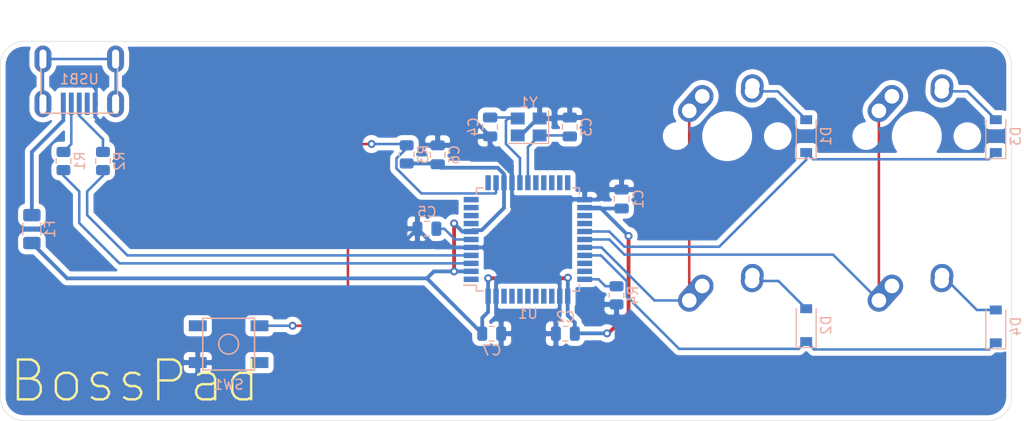
<source format=kicad_pcb>
(kicad_pcb (version 20171130) (host pcbnew "(5.1.10)-1")

  (general
    (thickness 1.6)
    (drawings 9)
    (tracks 201)
    (zones 0)
    (modules 24)
    (nets 45)
  )

  (page A4)
  (layers
    (0 F.Cu signal)
    (31 B.Cu signal)
    (32 B.Adhes user)
    (33 F.Adhes user)
    (34 B.Paste user)
    (35 F.Paste user)
    (36 B.SilkS user)
    (37 F.SilkS user)
    (38 B.Mask user)
    (39 F.Mask user)
    (40 Dwgs.User user)
    (41 Cmts.User user)
    (42 Eco1.User user)
    (43 Eco2.User user)
    (44 Edge.Cuts user)
    (45 Margin user)
    (46 B.CrtYd user)
    (47 F.CrtYd user)
    (48 B.Fab user)
    (49 F.Fab user)
  )

  (setup
    (last_trace_width 0.254)
    (trace_clearance 0.2)
    (zone_clearance 0.508)
    (zone_45_only no)
    (trace_min 0.2)
    (via_size 0.8)
    (via_drill 0.4)
    (via_min_size 0.4)
    (via_min_drill 0.3)
    (uvia_size 0.3)
    (uvia_drill 0.1)
    (uvias_allowed no)
    (uvia_min_size 0.2)
    (uvia_min_drill 0.1)
    (edge_width 0.05)
    (segment_width 0.2)
    (pcb_text_width 0.3)
    (pcb_text_size 1.5 1.5)
    (mod_edge_width 0.12)
    (mod_text_size 1 1)
    (mod_text_width 0.15)
    (pad_size 1.524 1.524)
    (pad_drill 0.762)
    (pad_to_mask_clearance 0)
    (aux_axis_origin 0 0)
    (visible_elements FFFFFF7F)
    (pcbplotparams
      (layerselection 0x010f0_ffffffff)
      (usegerberextensions true)
      (usegerberattributes true)
      (usegerberadvancedattributes true)
      (creategerberjobfile false)
      (excludeedgelayer true)
      (linewidth 0.100000)
      (plotframeref false)
      (viasonmask false)
      (mode 1)
      (useauxorigin false)
      (hpglpennumber 1)
      (hpglpenspeed 20)
      (hpglpendiameter 15.000000)
      (psnegative false)
      (psa4output false)
      (plotreference true)
      (plotvalue true)
      (plotinvisibletext false)
      (padsonsilk false)
      (subtractmaskfromsilk true)
      (outputformat 1)
      (mirror false)
      (drillshape 0)
      (scaleselection 1)
      (outputdirectory "Gerbers/"))
  )

  (net 0 "")
  (net 1 GND)
  (net 2 +5V)
  (net 3 "Net-(C3-Pad1)")
  (net 4 "Net-(C4-Pad1)")
  (net 5 "Net-(C5-Pad1)")
  (net 6 "Net-(D1-Pad2)")
  (net 7 ROW0)
  (net 8 "Net-(D2-Pad2)")
  (net 9 ROW1)
  (net 10 "Net-(D3-Pad2)")
  (net 11 "Net-(D4-Pad2)")
  (net 12 VCC)
  (net 13 COL0)
  (net 14 COL1)
  (net 15 D-)
  (net 16 "Net-(R1-Pad1)")
  (net 17 D+)
  (net 18 "Net-(R2-Pad1)")
  (net 19 "Net-(R3-Pad2)")
  (net 20 "Net-(R4-Pad2)")
  (net 21 "Net-(U1-Pad42)")
  (net 22 "Net-(U1-Pad41)")
  (net 23 "Net-(U1-Pad40)")
  (net 24 "Net-(U1-Pad39)")
  (net 25 "Net-(U1-Pad38)")
  (net 26 "Net-(U1-Pad37)")
  (net 27 "Net-(U1-Pad36)")
  (net 28 "Net-(U1-Pad32)")
  (net 29 "Net-(U1-Pad31)")
  (net 30 "Net-(U1-Pad26)")
  (net 31 "Net-(U1-Pad25)")
  (net 32 "Net-(U1-Pad22)")
  (net 33 "Net-(U1-Pad21)")
  (net 34 "Net-(U1-Pad20)")
  (net 35 "Net-(U1-Pad19)")
  (net 36 "Net-(U1-Pad18)")
  (net 37 "Net-(U1-Pad12)")
  (net 38 "Net-(U1-Pad11)")
  (net 39 "Net-(U1-Pad10)")
  (net 40 "Net-(U1-Pad9)")
  (net 41 "Net-(U1-Pad8)")
  (net 42 "Net-(U1-Pad1)")
  (net 43 "Net-(USB1-Pad6)")
  (net 44 "Net-(USB1-Pad2)")

  (net_class Default "This is the default net class."
    (clearance 0.2)
    (trace_width 0.254)
    (via_dia 0.8)
    (via_drill 0.4)
    (uvia_dia 0.3)
    (uvia_drill 0.1)
    (add_net COL0)
    (add_net COL1)
    (add_net D+)
    (add_net D-)
    (add_net "Net-(C3-Pad1)")
    (add_net "Net-(C4-Pad1)")
    (add_net "Net-(C5-Pad1)")
    (add_net "Net-(D1-Pad2)")
    (add_net "Net-(D2-Pad2)")
    (add_net "Net-(D3-Pad2)")
    (add_net "Net-(D4-Pad2)")
    (add_net "Net-(R1-Pad1)")
    (add_net "Net-(R2-Pad1)")
    (add_net "Net-(R3-Pad2)")
    (add_net "Net-(R4-Pad2)")
    (add_net "Net-(U1-Pad1)")
    (add_net "Net-(U1-Pad10)")
    (add_net "Net-(U1-Pad11)")
    (add_net "Net-(U1-Pad12)")
    (add_net "Net-(U1-Pad18)")
    (add_net "Net-(U1-Pad19)")
    (add_net "Net-(U1-Pad20)")
    (add_net "Net-(U1-Pad21)")
    (add_net "Net-(U1-Pad22)")
    (add_net "Net-(U1-Pad25)")
    (add_net "Net-(U1-Pad26)")
    (add_net "Net-(U1-Pad31)")
    (add_net "Net-(U1-Pad32)")
    (add_net "Net-(U1-Pad36)")
    (add_net "Net-(U1-Pad37)")
    (add_net "Net-(U1-Pad38)")
    (add_net "Net-(U1-Pad39)")
    (add_net "Net-(U1-Pad40)")
    (add_net "Net-(U1-Pad41)")
    (add_net "Net-(U1-Pad42)")
    (add_net "Net-(U1-Pad8)")
    (add_net "Net-(U1-Pad9)")
    (add_net "Net-(USB1-Pad2)")
    (add_net "Net-(USB1-Pad6)")
    (add_net ROW0)
    (add_net ROW1)
  )

  (net_class Power ""
    (clearance 0.2)
    (trace_width 0.381)
    (via_dia 0.8)
    (via_drill 0.4)
    (uvia_dia 0.3)
    (uvia_drill 0.1)
    (add_net +5V)
    (add_net GND)
    (add_net VCC)
  )

  (module Crystal:Crystal_SMD_3225-4Pin_3.2x2.5mm (layer B.Cu) (tedit 5A0FD1B2) (tstamp 609C6AE9)
    (at 116.586 87.97925 180)
    (descr "SMD Crystal SERIES SMD3225/4 http://www.txccrystal.com/images/pdf/7m-accuracy.pdf, 3.2x2.5mm^2 package")
    (tags "SMD SMT crystal")
    (path /609E8A09)
    (attr smd)
    (fp_text reference Y1 (at 0 2.45) (layer B.SilkS)
      (effects (font (size 1 1) (thickness 0.15)) (justify mirror))
    )
    (fp_text value 16MHz (at 0 -2.45) (layer B.Fab)
      (effects (font (size 1 1) (thickness 0.15)) (justify mirror))
    )
    (fp_text user %R (at 0 0) (layer B.Fab)
      (effects (font (size 0.7 0.7) (thickness 0.105)) (justify mirror))
    )
    (fp_line (start -1.6 1.25) (end -1.6 -1.25) (layer B.Fab) (width 0.1))
    (fp_line (start -1.6 -1.25) (end 1.6 -1.25) (layer B.Fab) (width 0.1))
    (fp_line (start 1.6 -1.25) (end 1.6 1.25) (layer B.Fab) (width 0.1))
    (fp_line (start 1.6 1.25) (end -1.6 1.25) (layer B.Fab) (width 0.1))
    (fp_line (start -1.6 -0.25) (end -0.6 -1.25) (layer B.Fab) (width 0.1))
    (fp_line (start -2 1.65) (end -2 -1.65) (layer B.SilkS) (width 0.12))
    (fp_line (start -2 -1.65) (end 2 -1.65) (layer B.SilkS) (width 0.12))
    (fp_line (start -2.1 1.7) (end -2.1 -1.7) (layer B.CrtYd) (width 0.05))
    (fp_line (start -2.1 -1.7) (end 2.1 -1.7) (layer B.CrtYd) (width 0.05))
    (fp_line (start 2.1 -1.7) (end 2.1 1.7) (layer B.CrtYd) (width 0.05))
    (fp_line (start 2.1 1.7) (end -2.1 1.7) (layer B.CrtYd) (width 0.05))
    (pad 4 smd rect (at -1.1 0.85 180) (size 1.4 1.2) (layers B.Cu B.Paste B.Mask)
      (net 1 GND))
    (pad 3 smd rect (at 1.1 0.85 180) (size 1.4 1.2) (layers B.Cu B.Paste B.Mask)
      (net 4 "Net-(C4-Pad1)"))
    (pad 2 smd rect (at 1.1 -0.85 180) (size 1.4 1.2) (layers B.Cu B.Paste B.Mask)
      (net 1 GND))
    (pad 1 smd rect (at -1.1 -0.85 180) (size 1.4 1.2) (layers B.Cu B.Paste B.Mask)
      (net 3 "Net-(C3-Pad1)"))
    (model ${KISYS3DMOD}/Crystal.3dshapes/Crystal_SMD_3225-4Pin_3.2x2.5mm.wrl
      (at (xyz 0 0 0))
      (scale (xyz 1 1 1))
      (rotate (xyz 0 0 0))
    )
  )

  (module random-keyboard-parts:Molex-0548190589 (layer B.Cu) (tedit 5C494815) (tstamp 609C6AD5)
    (at 71.4375 81.153 270)
    (path /609FA290)
    (attr smd)
    (fp_text reference USB1 (at 2.032 0 180) (layer B.SilkS)
      (effects (font (size 1 1) (thickness 0.15)) (justify mirror))
    )
    (fp_text value Molex-0548190589 (at -5.08 0 180) (layer Dwgs.User)
      (effects (font (size 1 1) (thickness 0.15)))
    )
    (fp_text user %R (at 2 0 180) (layer B.CrtYd)
      (effects (font (size 1 1) (thickness 0.15)) (justify mirror))
    )
    (fp_line (start -3.75 3.85) (end -3.75 -3.85) (layer Dwgs.User) (width 0.15))
    (fp_line (start -1.75 4.572) (end -1.75 -4.572) (layer Dwgs.User) (width 0.15))
    (fp_line (start -3.75 -3.85) (end 0 -3.85) (layer Dwgs.User) (width 0.15))
    (fp_line (start -3.75 3.85) (end 0 3.85) (layer Dwgs.User) (width 0.15))
    (fp_line (start 5.45 3.85) (end 5.45 -3.85) (layer B.SilkS) (width 0.15))
    (fp_line (start 0 -3.85) (end 5.45 -3.85) (layer B.SilkS) (width 0.15))
    (fp_line (start 0 3.85) (end 5.45 3.85) (layer B.SilkS) (width 0.15))
    (fp_line (start -3.75 3.75) (end 5.5 3.75) (layer B.CrtYd) (width 0.15))
    (fp_line (start 5.5 3.75) (end 5.5 -3.75) (layer B.CrtYd) (width 0.15))
    (fp_line (start 5.5 -3.75) (end -3.75 -3.75) (layer B.CrtYd) (width 0.15))
    (fp_line (start -3.75 -3.75) (end -3.75 3.75) (layer B.CrtYd) (width 0.15))
    (fp_line (start 5.5 2) (end 3.25 2) (layer B.CrtYd) (width 0.15))
    (fp_line (start 3.25 2) (end 3.25 -2) (layer B.CrtYd) (width 0.15))
    (fp_line (start 3.25 -2) (end 5.5 -2) (layer B.CrtYd) (width 0.15))
    (fp_line (start 5.5 -1.25) (end 3.25 -1.25) (layer B.CrtYd) (width 0.15))
    (fp_line (start 3.25 -0.5) (end 5.5 -0.5) (layer B.CrtYd) (width 0.15))
    (fp_line (start 5.5 0.5) (end 3.25 0.5) (layer B.CrtYd) (width 0.15))
    (fp_line (start 3.25 1.25) (end 5.5 1.25) (layer B.CrtYd) (width 0.15))
    (pad 6 thru_hole oval (at 0 3.65 270) (size 2.7 1.7) (drill oval 1.9 0.7) (layers *.Cu *.Mask)
      (net 43 "Net-(USB1-Pad6)"))
    (pad 6 thru_hole oval (at 0 -3.65 270) (size 2.7 1.7) (drill oval 1.9 0.7) (layers *.Cu *.Mask)
      (net 43 "Net-(USB1-Pad6)"))
    (pad 6 thru_hole oval (at 4.5 -3.65 270) (size 2.7 1.7) (drill oval 1.9 0.7) (layers *.Cu *.Mask)
      (net 43 "Net-(USB1-Pad6)"))
    (pad 6 thru_hole oval (at 4.5 3.65 270) (size 2.7 1.7) (drill oval 1.9 0.7) (layers *.Cu *.Mask)
      (net 43 "Net-(USB1-Pad6)"))
    (pad 5 smd rect (at 4.5 1.6 270) (size 2.25 0.5) (layers B.Cu B.Paste B.Mask)
      (net 12 VCC))
    (pad 4 smd rect (at 4.5 0.8 270) (size 2.25 0.5) (layers B.Cu B.Paste B.Mask)
      (net 15 D-))
    (pad 3 smd rect (at 4.5 0 270) (size 2.25 0.5) (layers B.Cu B.Paste B.Mask)
      (net 17 D+))
    (pad 2 smd rect (at 4.5 -0.8 270) (size 2.25 0.5) (layers B.Cu B.Paste B.Mask)
      (net 44 "Net-(USB1-Pad2)"))
    (pad 1 smd rect (at 4.5 -1.6 270) (size 2.25 0.5) (layers B.Cu B.Paste B.Mask)
      (net 1 GND))
  )

  (module Package_QFP:TQFP-44_10x10mm_P0.8mm (layer B.Cu) (tedit 5A02F146) (tstamp 609C6AB5)
    (at 116.5075 99.28175)
    (descr "44-Lead Plastic Thin Quad Flatpack (PT) - 10x10x1.0 mm Body [TQFP] (see Microchip Packaging Specification 00000049BS.pdf)")
    (tags "QFP 0.8")
    (path /609BF8DA)
    (attr smd)
    (fp_text reference U1 (at 0 7.45) (layer B.SilkS)
      (effects (font (size 1 1) (thickness 0.15)) (justify mirror))
    )
    (fp_text value ATmega32U4-AU (at 0 -7.45) (layer B.Fab)
      (effects (font (size 1 1) (thickness 0.15)) (justify mirror))
    )
    (fp_text user %R (at 0 0) (layer B.Fab)
      (effects (font (size 1 1) (thickness 0.15)) (justify mirror))
    )
    (fp_line (start -4 5) (end 5 5) (layer B.Fab) (width 0.15))
    (fp_line (start 5 5) (end 5 -5) (layer B.Fab) (width 0.15))
    (fp_line (start 5 -5) (end -5 -5) (layer B.Fab) (width 0.15))
    (fp_line (start -5 -5) (end -5 4) (layer B.Fab) (width 0.15))
    (fp_line (start -5 4) (end -4 5) (layer B.Fab) (width 0.15))
    (fp_line (start -6.7 6.7) (end -6.7 -6.7) (layer B.CrtYd) (width 0.05))
    (fp_line (start 6.7 6.7) (end 6.7 -6.7) (layer B.CrtYd) (width 0.05))
    (fp_line (start -6.7 6.7) (end 6.7 6.7) (layer B.CrtYd) (width 0.05))
    (fp_line (start -6.7 -6.7) (end 6.7 -6.7) (layer B.CrtYd) (width 0.05))
    (fp_line (start -5.175 5.175) (end -5.175 4.6) (layer B.SilkS) (width 0.15))
    (fp_line (start 5.175 5.175) (end 5.175 4.5) (layer B.SilkS) (width 0.15))
    (fp_line (start 5.175 -5.175) (end 5.175 -4.5) (layer B.SilkS) (width 0.15))
    (fp_line (start -5.175 -5.175) (end -5.175 -4.5) (layer B.SilkS) (width 0.15))
    (fp_line (start -5.175 5.175) (end -4.5 5.175) (layer B.SilkS) (width 0.15))
    (fp_line (start -5.175 -5.175) (end -4.5 -5.175) (layer B.SilkS) (width 0.15))
    (fp_line (start 5.175 -5.175) (end 4.5 -5.175) (layer B.SilkS) (width 0.15))
    (fp_line (start 5.175 5.175) (end 4.5 5.175) (layer B.SilkS) (width 0.15))
    (fp_line (start -5.175 4.6) (end -6.45 4.6) (layer B.SilkS) (width 0.15))
    (pad 44 smd rect (at -4 5.7 270) (size 1.5 0.55) (layers B.Cu B.Paste B.Mask)
      (net 2 +5V))
    (pad 43 smd rect (at -3.2 5.7 270) (size 1.5 0.55) (layers B.Cu B.Paste B.Mask)
      (net 1 GND))
    (pad 42 smd rect (at -2.4 5.7 270) (size 1.5 0.55) (layers B.Cu B.Paste B.Mask)
      (net 21 "Net-(U1-Pad42)"))
    (pad 41 smd rect (at -1.6 5.7 270) (size 1.5 0.55) (layers B.Cu B.Paste B.Mask)
      (net 22 "Net-(U1-Pad41)"))
    (pad 40 smd rect (at -0.8 5.7 270) (size 1.5 0.55) (layers B.Cu B.Paste B.Mask)
      (net 23 "Net-(U1-Pad40)"))
    (pad 39 smd rect (at 0 5.7 270) (size 1.5 0.55) (layers B.Cu B.Paste B.Mask)
      (net 24 "Net-(U1-Pad39)"))
    (pad 38 smd rect (at 0.8 5.7 270) (size 1.5 0.55) (layers B.Cu B.Paste B.Mask)
      (net 25 "Net-(U1-Pad38)"))
    (pad 37 smd rect (at 1.6 5.7 270) (size 1.5 0.55) (layers B.Cu B.Paste B.Mask)
      (net 26 "Net-(U1-Pad37)"))
    (pad 36 smd rect (at 2.4 5.7 270) (size 1.5 0.55) (layers B.Cu B.Paste B.Mask)
      (net 27 "Net-(U1-Pad36)"))
    (pad 35 smd rect (at 3.2 5.7 270) (size 1.5 0.55) (layers B.Cu B.Paste B.Mask)
      (net 1 GND))
    (pad 34 smd rect (at 4 5.7 270) (size 1.5 0.55) (layers B.Cu B.Paste B.Mask)
      (net 2 +5V))
    (pad 33 smd rect (at 5.7 4) (size 1.5 0.55) (layers B.Cu B.Paste B.Mask)
      (net 20 "Net-(R4-Pad2)"))
    (pad 32 smd rect (at 5.7 3.2) (size 1.5 0.55) (layers B.Cu B.Paste B.Mask)
      (net 28 "Net-(U1-Pad32)"))
    (pad 31 smd rect (at 5.7 2.4) (size 1.5 0.55) (layers B.Cu B.Paste B.Mask)
      (net 29 "Net-(U1-Pad31)"))
    (pad 30 smd rect (at 5.7 1.6) (size 1.5 0.55) (layers B.Cu B.Paste B.Mask)
      (net 9 ROW1))
    (pad 29 smd rect (at 5.7 0.8) (size 1.5 0.55) (layers B.Cu B.Paste B.Mask)
      (net 13 COL0))
    (pad 28 smd rect (at 5.7 0) (size 1.5 0.55) (layers B.Cu B.Paste B.Mask)
      (net 14 COL1))
    (pad 27 smd rect (at 5.7 -0.8) (size 1.5 0.55) (layers B.Cu B.Paste B.Mask)
      (net 7 ROW0))
    (pad 26 smd rect (at 5.7 -1.6) (size 1.5 0.55) (layers B.Cu B.Paste B.Mask)
      (net 30 "Net-(U1-Pad26)"))
    (pad 25 smd rect (at 5.7 -2.4) (size 1.5 0.55) (layers B.Cu B.Paste B.Mask)
      (net 31 "Net-(U1-Pad25)"))
    (pad 24 smd rect (at 5.7 -3.2) (size 1.5 0.55) (layers B.Cu B.Paste B.Mask)
      (net 2 +5V))
    (pad 23 smd rect (at 5.7 -4) (size 1.5 0.55) (layers B.Cu B.Paste B.Mask)
      (net 1 GND))
    (pad 22 smd rect (at 4 -5.7 270) (size 1.5 0.55) (layers B.Cu B.Paste B.Mask)
      (net 32 "Net-(U1-Pad22)"))
    (pad 21 smd rect (at 3.2 -5.7 270) (size 1.5 0.55) (layers B.Cu B.Paste B.Mask)
      (net 33 "Net-(U1-Pad21)"))
    (pad 20 smd rect (at 2.4 -5.7 270) (size 1.5 0.55) (layers B.Cu B.Paste B.Mask)
      (net 34 "Net-(U1-Pad20)"))
    (pad 19 smd rect (at 1.6 -5.7 270) (size 1.5 0.55) (layers B.Cu B.Paste B.Mask)
      (net 35 "Net-(U1-Pad19)"))
    (pad 18 smd rect (at 0.8 -5.7 270) (size 1.5 0.55) (layers B.Cu B.Paste B.Mask)
      (net 36 "Net-(U1-Pad18)"))
    (pad 17 smd rect (at 0 -5.7 270) (size 1.5 0.55) (layers B.Cu B.Paste B.Mask)
      (net 3 "Net-(C3-Pad1)"))
    (pad 16 smd rect (at -0.8 -5.7 270) (size 1.5 0.55) (layers B.Cu B.Paste B.Mask)
      (net 4 "Net-(C4-Pad1)"))
    (pad 15 smd rect (at -1.6 -5.7 270) (size 1.5 0.55) (layers B.Cu B.Paste B.Mask)
      (net 1 GND))
    (pad 14 smd rect (at -2.4 -5.7 270) (size 1.5 0.55) (layers B.Cu B.Paste B.Mask)
      (net 2 +5V))
    (pad 13 smd rect (at -3.2 -5.7 270) (size 1.5 0.55) (layers B.Cu B.Paste B.Mask)
      (net 19 "Net-(R3-Pad2)"))
    (pad 12 smd rect (at -4 -5.7 270) (size 1.5 0.55) (layers B.Cu B.Paste B.Mask)
      (net 37 "Net-(U1-Pad12)"))
    (pad 11 smd rect (at -5.7 -4) (size 1.5 0.55) (layers B.Cu B.Paste B.Mask)
      (net 38 "Net-(U1-Pad11)"))
    (pad 10 smd rect (at -5.7 -3.2) (size 1.5 0.55) (layers B.Cu B.Paste B.Mask)
      (net 39 "Net-(U1-Pad10)"))
    (pad 9 smd rect (at -5.7 -2.4) (size 1.5 0.55) (layers B.Cu B.Paste B.Mask)
      (net 40 "Net-(U1-Pad9)"))
    (pad 8 smd rect (at -5.7 -1.6) (size 1.5 0.55) (layers B.Cu B.Paste B.Mask)
      (net 41 "Net-(U1-Pad8)"))
    (pad 7 smd rect (at -5.7 -0.8) (size 1.5 0.55) (layers B.Cu B.Paste B.Mask)
      (net 2 +5V))
    (pad 6 smd rect (at -5.7 0) (size 1.5 0.55) (layers B.Cu B.Paste B.Mask)
      (net 5 "Net-(C5-Pad1)"))
    (pad 5 smd rect (at -5.7 0.8) (size 1.5 0.55) (layers B.Cu B.Paste B.Mask)
      (net 1 GND))
    (pad 4 smd rect (at -5.7 1.6) (size 1.5 0.55) (layers B.Cu B.Paste B.Mask)
      (net 18 "Net-(R2-Pad1)"))
    (pad 3 smd rect (at -5.7 2.4) (size 1.5 0.55) (layers B.Cu B.Paste B.Mask)
      (net 16 "Net-(R1-Pad1)"))
    (pad 2 smd rect (at -5.7 3.2) (size 1.5 0.55) (layers B.Cu B.Paste B.Mask)
      (net 2 +5V))
    (pad 1 smd rect (at -5.7 4) (size 1.5 0.55) (layers B.Cu B.Paste B.Mask)
      (net 42 "Net-(U1-Pad1)"))
    (model ${KISYS3DMOD}/Package_QFP.3dshapes/TQFP-44_10x10mm_P0.8mm.wrl
      (at (xyz 0 0 0))
      (scale (xyz 1 1 1))
      (rotate (xyz 0 0 0))
    )
  )

  (module random-keyboard-parts:SKQG-1155865 (layer B.Cu) (tedit 5E62B398) (tstamp 609C6A72)
    (at 86.44375 109.8 180)
    (path /609F277E)
    (attr smd)
    (fp_text reference SW1 (at 0 -4.064) (layer B.SilkS)
      (effects (font (size 1 1) (thickness 0.15)) (justify mirror))
    )
    (fp_text value SW_Push (at 0 4.064) (layer B.Fab)
      (effects (font (size 1 1) (thickness 0.15)) (justify mirror))
    )
    (fp_line (start -2.6 -1.1) (end -1.1 -2.6) (layer B.Fab) (width 0.15))
    (fp_line (start 2.6 -1.1) (end 1.1 -2.6) (layer B.Fab) (width 0.15))
    (fp_line (start 2.6 1.1) (end 1.1 2.6) (layer B.Fab) (width 0.15))
    (fp_line (start -2.6 1.1) (end -1.1 2.6) (layer B.Fab) (width 0.15))
    (fp_circle (center 0 0) (end 1 0) (layer B.Fab) (width 0.15))
    (fp_line (start -4.2 1.1) (end -4.2 2.6) (layer B.Fab) (width 0.15))
    (fp_line (start -2.6 1.1) (end -4.2 1.1) (layer B.Fab) (width 0.15))
    (fp_line (start -2.6 -1.1) (end -2.6 1.1) (layer B.Fab) (width 0.15))
    (fp_line (start -4.2 -1.1) (end -2.6 -1.1) (layer B.Fab) (width 0.15))
    (fp_line (start -4.2 -2.6) (end -4.2 -1.1) (layer B.Fab) (width 0.15))
    (fp_line (start 4.2 -2.6) (end -4.2 -2.6) (layer B.Fab) (width 0.15))
    (fp_line (start 4.2 -1.1) (end 4.2 -2.6) (layer B.Fab) (width 0.15))
    (fp_line (start 2.6 -1.1) (end 4.2 -1.1) (layer B.Fab) (width 0.15))
    (fp_line (start 2.6 1.1) (end 2.6 -1.1) (layer B.Fab) (width 0.15))
    (fp_line (start 4.2 1.1) (end 2.6 1.1) (layer B.Fab) (width 0.15))
    (fp_line (start 4.2 2.6) (end 4.2 1.2) (layer B.Fab) (width 0.15))
    (fp_line (start -4.2 2.6) (end 4.2 2.6) (layer B.Fab) (width 0.15))
    (fp_circle (center 0 0) (end 1 0) (layer B.SilkS) (width 0.15))
    (fp_line (start -2.6 -2.6) (end -2.6 2.6) (layer B.SilkS) (width 0.15))
    (fp_line (start 2.6 -2.6) (end -2.6 -2.6) (layer B.SilkS) (width 0.15))
    (fp_line (start 2.6 2.6) (end 2.6 -2.6) (layer B.SilkS) (width 0.15))
    (fp_line (start -2.6 2.6) (end 2.6 2.6) (layer B.SilkS) (width 0.15))
    (pad 4 smd rect (at -3.1 -1.85 180) (size 1.8 1.1) (layers B.Cu B.Paste B.Mask))
    (pad 3 smd rect (at 3.1 1.85 180) (size 1.8 1.1) (layers B.Cu B.Paste B.Mask))
    (pad 2 smd rect (at -3.1 1.85 180) (size 1.8 1.1) (layers B.Cu B.Paste B.Mask)
      (net 19 "Net-(R3-Pad2)"))
    (pad 1 smd rect (at 3.1 -1.85 180) (size 1.8 1.1) (layers B.Cu B.Paste B.Mask)
      (net 1 GND))
    (model ${KISYS3DMOD}/Button_Switch_SMD.3dshapes/SW_SPST_TL3342.step
      (at (xyz 0 0 0))
      (scale (xyz 1 1 1))
      (rotate (xyz 0 0 0))
    )
  )

  (module Resistor_SMD:R_0805_2012Metric (layer B.Cu) (tedit 5F68FEEE) (tstamp 609C6A54)
    (at 125.4125 104.89375 90)
    (descr "Resistor SMD 0805 (2012 Metric), square (rectangular) end terminal, IPC_7351 nominal, (Body size source: IPC-SM-782 page 72, https://www.pcb-3d.com/wordpress/wp-content/uploads/ipc-sm-782a_amendment_1_and_2.pdf), generated with kicad-footprint-generator")
    (tags resistor)
    (path /609CB08C)
    (attr smd)
    (fp_text reference R4 (at 0 1.65 90) (layer B.SilkS)
      (effects (font (size 1 1) (thickness 0.15)) (justify mirror))
    )
    (fp_text value 10k (at 0 -1.65 90) (layer B.Fab)
      (effects (font (size 1 1) (thickness 0.15)) (justify mirror))
    )
    (fp_text user %R (at 0 0 90) (layer B.Fab)
      (effects (font (size 0.5 0.5) (thickness 0.08)) (justify mirror))
    )
    (fp_line (start -1 -0.625) (end -1 0.625) (layer B.Fab) (width 0.1))
    (fp_line (start -1 0.625) (end 1 0.625) (layer B.Fab) (width 0.1))
    (fp_line (start 1 0.625) (end 1 -0.625) (layer B.Fab) (width 0.1))
    (fp_line (start 1 -0.625) (end -1 -0.625) (layer B.Fab) (width 0.1))
    (fp_line (start -0.227064 0.735) (end 0.227064 0.735) (layer B.SilkS) (width 0.12))
    (fp_line (start -0.227064 -0.735) (end 0.227064 -0.735) (layer B.SilkS) (width 0.12))
    (fp_line (start -1.68 -0.95) (end -1.68 0.95) (layer B.CrtYd) (width 0.05))
    (fp_line (start -1.68 0.95) (end 1.68 0.95) (layer B.CrtYd) (width 0.05))
    (fp_line (start 1.68 0.95) (end 1.68 -0.95) (layer B.CrtYd) (width 0.05))
    (fp_line (start 1.68 -0.95) (end -1.68 -0.95) (layer B.CrtYd) (width 0.05))
    (pad 2 smd roundrect (at 0.9125 0 90) (size 1.025 1.4) (layers B.Cu B.Paste B.Mask) (roundrect_rratio 0.2439014634146341)
      (net 20 "Net-(R4-Pad2)"))
    (pad 1 smd roundrect (at -0.9125 0 90) (size 1.025 1.4) (layers B.Cu B.Paste B.Mask) (roundrect_rratio 0.2439014634146341)
      (net 1 GND))
    (model ${KISYS3DMOD}/Resistor_SMD.3dshapes/R_0805_2012Metric.wrl
      (at (xyz 0 0 0))
      (scale (xyz 1 1 1))
      (rotate (xyz 0 0 0))
    )
  )

  (module Resistor_SMD:R_0805_2012Metric (layer B.Cu) (tedit 5F68FEEE) (tstamp 609C6A43)
    (at 104.3305 90.73325 90)
    (descr "Resistor SMD 0805 (2012 Metric), square (rectangular) end terminal, IPC_7351 nominal, (Body size source: IPC-SM-782 page 72, https://www.pcb-3d.com/wordpress/wp-content/uploads/ipc-sm-782a_amendment_1_and_2.pdf), generated with kicad-footprint-generator")
    (tags resistor)
    (path /609F5938)
    (attr smd)
    (fp_text reference R3 (at 0 1.65 90) (layer B.SilkS)
      (effects (font (size 1 1) (thickness 0.15)) (justify mirror))
    )
    (fp_text value 10k (at 0 -1.65 90) (layer B.Fab)
      (effects (font (size 1 1) (thickness 0.15)) (justify mirror))
    )
    (fp_text user %R (at 0 0 90) (layer B.Fab)
      (effects (font (size 0.5 0.5) (thickness 0.08)) (justify mirror))
    )
    (fp_line (start -1 -0.625) (end -1 0.625) (layer B.Fab) (width 0.1))
    (fp_line (start -1 0.625) (end 1 0.625) (layer B.Fab) (width 0.1))
    (fp_line (start 1 0.625) (end 1 -0.625) (layer B.Fab) (width 0.1))
    (fp_line (start 1 -0.625) (end -1 -0.625) (layer B.Fab) (width 0.1))
    (fp_line (start -0.227064 0.735) (end 0.227064 0.735) (layer B.SilkS) (width 0.12))
    (fp_line (start -0.227064 -0.735) (end 0.227064 -0.735) (layer B.SilkS) (width 0.12))
    (fp_line (start -1.68 -0.95) (end -1.68 0.95) (layer B.CrtYd) (width 0.05))
    (fp_line (start -1.68 0.95) (end 1.68 0.95) (layer B.CrtYd) (width 0.05))
    (fp_line (start 1.68 0.95) (end 1.68 -0.95) (layer B.CrtYd) (width 0.05))
    (fp_line (start 1.68 -0.95) (end -1.68 -0.95) (layer B.CrtYd) (width 0.05))
    (pad 2 smd roundrect (at 0.9125 0 90) (size 1.025 1.4) (layers B.Cu B.Paste B.Mask) (roundrect_rratio 0.2439014634146341)
      (net 19 "Net-(R3-Pad2)"))
    (pad 1 smd roundrect (at -0.9125 0 90) (size 1.025 1.4) (layers B.Cu B.Paste B.Mask) (roundrect_rratio 0.2439014634146341)
      (net 2 +5V))
    (model ${KISYS3DMOD}/Resistor_SMD.3dshapes/R_0805_2012Metric.wrl
      (at (xyz 0 0 0))
      (scale (xyz 1 1 1))
      (rotate (xyz 0 0 0))
    )
  )

  (module Resistor_SMD:R_0805_2012Metric (layer B.Cu) (tedit 5F68FEEE) (tstamp 609C6A32)
    (at 73.81875 91.4 90)
    (descr "Resistor SMD 0805 (2012 Metric), square (rectangular) end terminal, IPC_7351 nominal, (Body size source: IPC-SM-782 page 72, https://www.pcb-3d.com/wordpress/wp-content/uploads/ipc-sm-782a_amendment_1_and_2.pdf), generated with kicad-footprint-generator")
    (tags resistor)
    (path /609D0BBB)
    (attr smd)
    (fp_text reference R2 (at 0 1.65 90) (layer B.SilkS)
      (effects (font (size 1 1) (thickness 0.15)) (justify mirror))
    )
    (fp_text value 22 (at 0 -1.65 90) (layer B.Fab)
      (effects (font (size 1 1) (thickness 0.15)) (justify mirror))
    )
    (fp_text user %R (at 0 0 90) (layer B.Fab)
      (effects (font (size 0.5 0.5) (thickness 0.08)) (justify mirror))
    )
    (fp_line (start -1 -0.625) (end -1 0.625) (layer B.Fab) (width 0.1))
    (fp_line (start -1 0.625) (end 1 0.625) (layer B.Fab) (width 0.1))
    (fp_line (start 1 0.625) (end 1 -0.625) (layer B.Fab) (width 0.1))
    (fp_line (start 1 -0.625) (end -1 -0.625) (layer B.Fab) (width 0.1))
    (fp_line (start -0.227064 0.735) (end 0.227064 0.735) (layer B.SilkS) (width 0.12))
    (fp_line (start -0.227064 -0.735) (end 0.227064 -0.735) (layer B.SilkS) (width 0.12))
    (fp_line (start -1.68 -0.95) (end -1.68 0.95) (layer B.CrtYd) (width 0.05))
    (fp_line (start -1.68 0.95) (end 1.68 0.95) (layer B.CrtYd) (width 0.05))
    (fp_line (start 1.68 0.95) (end 1.68 -0.95) (layer B.CrtYd) (width 0.05))
    (fp_line (start 1.68 -0.95) (end -1.68 -0.95) (layer B.CrtYd) (width 0.05))
    (pad 2 smd roundrect (at 0.9125 0 90) (size 1.025 1.4) (layers B.Cu B.Paste B.Mask) (roundrect_rratio 0.2439014634146341)
      (net 17 D+))
    (pad 1 smd roundrect (at -0.9125 0 90) (size 1.025 1.4) (layers B.Cu B.Paste B.Mask) (roundrect_rratio 0.2439014634146341)
      (net 18 "Net-(R2-Pad1)"))
    (model ${KISYS3DMOD}/Resistor_SMD.3dshapes/R_0805_2012Metric.wrl
      (at (xyz 0 0 0))
      (scale (xyz 1 1 1))
      (rotate (xyz 0 0 0))
    )
  )

  (module Resistor_SMD:R_0805_2012Metric (layer B.Cu) (tedit 5F68FEEE) (tstamp 609C6A21)
    (at 69.85 91.4 90)
    (descr "Resistor SMD 0805 (2012 Metric), square (rectangular) end terminal, IPC_7351 nominal, (Body size source: IPC-SM-782 page 72, https://www.pcb-3d.com/wordpress/wp-content/uploads/ipc-sm-782a_amendment_1_and_2.pdf), generated with kicad-footprint-generator")
    (tags resistor)
    (path /609D96DB)
    (attr smd)
    (fp_text reference R1 (at 0 1.65 90) (layer B.SilkS)
      (effects (font (size 1 1) (thickness 0.15)) (justify mirror))
    )
    (fp_text value 22 (at 0 -1.65 90) (layer B.Fab)
      (effects (font (size 1 1) (thickness 0.15)) (justify mirror))
    )
    (fp_text user %R (at 0 0 90) (layer B.Fab)
      (effects (font (size 0.5 0.5) (thickness 0.08)) (justify mirror))
    )
    (fp_line (start -1 -0.625) (end -1 0.625) (layer B.Fab) (width 0.1))
    (fp_line (start -1 0.625) (end 1 0.625) (layer B.Fab) (width 0.1))
    (fp_line (start 1 0.625) (end 1 -0.625) (layer B.Fab) (width 0.1))
    (fp_line (start 1 -0.625) (end -1 -0.625) (layer B.Fab) (width 0.1))
    (fp_line (start -0.227064 0.735) (end 0.227064 0.735) (layer B.SilkS) (width 0.12))
    (fp_line (start -0.227064 -0.735) (end 0.227064 -0.735) (layer B.SilkS) (width 0.12))
    (fp_line (start -1.68 -0.95) (end -1.68 0.95) (layer B.CrtYd) (width 0.05))
    (fp_line (start -1.68 0.95) (end 1.68 0.95) (layer B.CrtYd) (width 0.05))
    (fp_line (start 1.68 0.95) (end 1.68 -0.95) (layer B.CrtYd) (width 0.05))
    (fp_line (start 1.68 -0.95) (end -1.68 -0.95) (layer B.CrtYd) (width 0.05))
    (pad 2 smd roundrect (at 0.9125 0 90) (size 1.025 1.4) (layers B.Cu B.Paste B.Mask) (roundrect_rratio 0.2439014634146341)
      (net 15 D-))
    (pad 1 smd roundrect (at -0.9125 0 90) (size 1.025 1.4) (layers B.Cu B.Paste B.Mask) (roundrect_rratio 0.2439014634146341)
      (net 16 "Net-(R1-Pad1)"))
    (model ${KISYS3DMOD}/Resistor_SMD.3dshapes/R_0805_2012Metric.wrl
      (at (xyz 0 0 0))
      (scale (xyz 1 1 1))
      (rotate (xyz 0 0 0))
    )
  )

  (module MX_Alps_Hybrid:MX-1U-NoLED (layer F.Cu) (tedit 5A9F5203) (tstamp 609C6A10)
    (at 155.575 107.95)
    (path /60A16598)
    (fp_text reference MX4 (at 0 3.175) (layer Dwgs.User)
      (effects (font (size 1 1) (thickness 0.15)))
    )
    (fp_text value MX-NoLED (at 0 -7.9375) (layer Dwgs.User)
      (effects (font (size 1 1) (thickness 0.15)))
    )
    (fp_line (start 5 -7) (end 7 -7) (layer Dwgs.User) (width 0.15))
    (fp_line (start 7 -7) (end 7 -5) (layer Dwgs.User) (width 0.15))
    (fp_line (start 5 7) (end 7 7) (layer Dwgs.User) (width 0.15))
    (fp_line (start 7 7) (end 7 5) (layer Dwgs.User) (width 0.15))
    (fp_line (start -7 5) (end -7 7) (layer Dwgs.User) (width 0.15))
    (fp_line (start -7 7) (end -5 7) (layer Dwgs.User) (width 0.15))
    (fp_line (start -5 -7) (end -7 -7) (layer Dwgs.User) (width 0.15))
    (fp_line (start -7 -7) (end -7 -5) (layer Dwgs.User) (width 0.15))
    (fp_line (start -9.525 -9.525) (end 9.525 -9.525) (layer Dwgs.User) (width 0.15))
    (fp_line (start 9.525 -9.525) (end 9.525 9.525) (layer Dwgs.User) (width 0.15))
    (fp_line (start 9.525 9.525) (end -9.525 9.525) (layer Dwgs.User) (width 0.15))
    (fp_line (start -9.525 9.525) (end -9.525 -9.525) (layer Dwgs.User) (width 0.15))
    (pad "" np_thru_hole circle (at 5.08 0 48.0996) (size 1.75 1.75) (drill 1.75) (layers *.Cu *.Mask))
    (pad "" np_thru_hole circle (at -5.08 0 48.0996) (size 1.75 1.75) (drill 1.75) (layers *.Cu *.Mask))
    (pad 1 thru_hole circle (at -2.5 -4) (size 2.25 2.25) (drill 1.47) (layers *.Cu B.Mask)
      (net 14 COL1))
    (pad "" np_thru_hole circle (at 0 0) (size 3.9878 3.9878) (drill 3.9878) (layers *.Cu *.Mask))
    (pad 1 thru_hole oval (at -3.81 -2.54 48.0996) (size 4.211556 2.25) (drill 1.47 (offset 0.980778 0)) (layers *.Cu B.Mask)
      (net 14 COL1))
    (pad 2 thru_hole circle (at 2.54 -5.08) (size 2.25 2.25) (drill 1.47) (layers *.Cu B.Mask)
      (net 11 "Net-(D4-Pad2)"))
    (pad 2 thru_hole oval (at 2.5 -4.5 86.0548) (size 2.831378 2.25) (drill 1.47 (offset 0.290689 0)) (layers *.Cu B.Mask)
      (net 11 "Net-(D4-Pad2)"))
  )

  (module MX_Alps_Hybrid:MX-1U-NoLED (layer F.Cu) (tedit 5A9F5203) (tstamp 609C69F9)
    (at 155.575 88.9)
    (path /60A130DB)
    (fp_text reference MX3 (at 0 3.175) (layer Dwgs.User)
      (effects (font (size 1 1) (thickness 0.15)))
    )
    (fp_text value MX-NoLED (at 0 -7.9375) (layer Dwgs.User)
      (effects (font (size 1 1) (thickness 0.15)))
    )
    (fp_line (start -9.525 9.525) (end -9.525 -9.525) (layer Dwgs.User) (width 0.15))
    (fp_line (start 9.525 9.525) (end -9.525 9.525) (layer Dwgs.User) (width 0.15))
    (fp_line (start 9.525 -9.525) (end 9.525 9.525) (layer Dwgs.User) (width 0.15))
    (fp_line (start -9.525 -9.525) (end 9.525 -9.525) (layer Dwgs.User) (width 0.15))
    (fp_line (start -7 -7) (end -7 -5) (layer Dwgs.User) (width 0.15))
    (fp_line (start -5 -7) (end -7 -7) (layer Dwgs.User) (width 0.15))
    (fp_line (start -7 7) (end -5 7) (layer Dwgs.User) (width 0.15))
    (fp_line (start -7 5) (end -7 7) (layer Dwgs.User) (width 0.15))
    (fp_line (start 7 7) (end 7 5) (layer Dwgs.User) (width 0.15))
    (fp_line (start 5 7) (end 7 7) (layer Dwgs.User) (width 0.15))
    (fp_line (start 7 -7) (end 7 -5) (layer Dwgs.User) (width 0.15))
    (fp_line (start 5 -7) (end 7 -7) (layer Dwgs.User) (width 0.15))
    (pad 2 thru_hole oval (at 2.5 -4.5 86.0548) (size 2.831378 2.25) (drill 1.47 (offset 0.290689 0)) (layers *.Cu B.Mask)
      (net 10 "Net-(D3-Pad2)"))
    (pad 2 thru_hole circle (at 2.54 -5.08) (size 2.25 2.25) (drill 1.47) (layers *.Cu B.Mask)
      (net 10 "Net-(D3-Pad2)"))
    (pad 1 thru_hole oval (at -3.81 -2.54 48.0996) (size 4.211556 2.25) (drill 1.47 (offset 0.980778 0)) (layers *.Cu B.Mask)
      (net 14 COL1))
    (pad "" np_thru_hole circle (at 0 0) (size 3.9878 3.9878) (drill 3.9878) (layers *.Cu *.Mask))
    (pad 1 thru_hole circle (at -2.5 -4) (size 2.25 2.25) (drill 1.47) (layers *.Cu B.Mask)
      (net 14 COL1))
    (pad "" np_thru_hole circle (at -5.08 0 48.0996) (size 1.75 1.75) (drill 1.75) (layers *.Cu *.Mask))
    (pad "" np_thru_hole circle (at 5.08 0 48.0996) (size 1.75 1.75) (drill 1.75) (layers *.Cu *.Mask))
  )

  (module MX_Alps_Hybrid:MX-1U-NoLED (layer F.Cu) (tedit 5A9F5203) (tstamp 609C69E2)
    (at 136.525 107.95)
    (path /60A15220)
    (fp_text reference MX2 (at 0 3.175) (layer Dwgs.User)
      (effects (font (size 1 1) (thickness 0.15)))
    )
    (fp_text value MX-NoLED (at 0 -7.9375) (layer Dwgs.User)
      (effects (font (size 1 1) (thickness 0.15)))
    )
    (fp_line (start 5 -7) (end 7 -7) (layer Dwgs.User) (width 0.15))
    (fp_line (start 7 -7) (end 7 -5) (layer Dwgs.User) (width 0.15))
    (fp_line (start 5 7) (end 7 7) (layer Dwgs.User) (width 0.15))
    (fp_line (start 7 7) (end 7 5) (layer Dwgs.User) (width 0.15))
    (fp_line (start -7 5) (end -7 7) (layer Dwgs.User) (width 0.15))
    (fp_line (start -7 7) (end -5 7) (layer Dwgs.User) (width 0.15))
    (fp_line (start -5 -7) (end -7 -7) (layer Dwgs.User) (width 0.15))
    (fp_line (start -7 -7) (end -7 -5) (layer Dwgs.User) (width 0.15))
    (fp_line (start -9.525 -9.525) (end 9.525 -9.525) (layer Dwgs.User) (width 0.15))
    (fp_line (start 9.525 -9.525) (end 9.525 9.525) (layer Dwgs.User) (width 0.15))
    (fp_line (start 9.525 9.525) (end -9.525 9.525) (layer Dwgs.User) (width 0.15))
    (fp_line (start -9.525 9.525) (end -9.525 -9.525) (layer Dwgs.User) (width 0.15))
    (pad "" np_thru_hole circle (at 5.08 0 48.0996) (size 1.75 1.75) (drill 1.75) (layers *.Cu *.Mask))
    (pad "" np_thru_hole circle (at -5.08 0 48.0996) (size 1.75 1.75) (drill 1.75) (layers *.Cu *.Mask))
    (pad 1 thru_hole circle (at -2.5 -4) (size 2.25 2.25) (drill 1.47) (layers *.Cu B.Mask)
      (net 13 COL0))
    (pad "" np_thru_hole circle (at 0 0) (size 3.9878 3.9878) (drill 3.9878) (layers *.Cu *.Mask))
    (pad 1 thru_hole oval (at -3.81 -2.54 48.0996) (size 4.211556 2.25) (drill 1.47 (offset 0.980778 0)) (layers *.Cu B.Mask)
      (net 13 COL0))
    (pad 2 thru_hole circle (at 2.54 -5.08) (size 2.25 2.25) (drill 1.47) (layers *.Cu B.Mask)
      (net 8 "Net-(D2-Pad2)"))
    (pad 2 thru_hole oval (at 2.5 -4.5 86.0548) (size 2.831378 2.25) (drill 1.47 (offset 0.290689 0)) (layers *.Cu B.Mask)
      (net 8 "Net-(D2-Pad2)"))
  )

  (module MX_Alps_Hybrid:MX-1U-NoLED (layer F.Cu) (tedit 5A9F5203) (tstamp 609C69CB)
    (at 136.525 88.9)
    (path /60A0AB8D)
    (fp_text reference MX1 (at 0 3.175) (layer Dwgs.User)
      (effects (font (size 1 1) (thickness 0.15)))
    )
    (fp_text value MX-NoLED (at 0 -7.9375) (layer Dwgs.User)
      (effects (font (size 1 1) (thickness 0.15)))
    )
    (fp_line (start -9.525 9.525) (end -9.525 -9.525) (layer Dwgs.User) (width 0.15))
    (fp_line (start 9.525 9.525) (end -9.525 9.525) (layer Dwgs.User) (width 0.15))
    (fp_line (start 9.525 -9.525) (end 9.525 9.525) (layer Dwgs.User) (width 0.15))
    (fp_line (start -9.525 -9.525) (end 9.525 -9.525) (layer Dwgs.User) (width 0.15))
    (fp_line (start -7 -7) (end -7 -5) (layer Dwgs.User) (width 0.15))
    (fp_line (start -5 -7) (end -7 -7) (layer Dwgs.User) (width 0.15))
    (fp_line (start -7 7) (end -5 7) (layer Dwgs.User) (width 0.15))
    (fp_line (start -7 5) (end -7 7) (layer Dwgs.User) (width 0.15))
    (fp_line (start 7 7) (end 7 5) (layer Dwgs.User) (width 0.15))
    (fp_line (start 5 7) (end 7 7) (layer Dwgs.User) (width 0.15))
    (fp_line (start 7 -7) (end 7 -5) (layer Dwgs.User) (width 0.15))
    (fp_line (start 5 -7) (end 7 -7) (layer Dwgs.User) (width 0.15))
    (pad 2 thru_hole oval (at 2.5 -4.5 86.0548) (size 2.831378 2.25) (drill 1.47 (offset 0.290689 0)) (layers *.Cu B.Mask)
      (net 6 "Net-(D1-Pad2)"))
    (pad 2 thru_hole circle (at 2.54 -5.08) (size 2.25 2.25) (drill 1.47) (layers *.Cu B.Mask)
      (net 6 "Net-(D1-Pad2)"))
    (pad 1 thru_hole oval (at -3.81 -2.54 48.0996) (size 4.211556 2.25) (drill 1.47 (offset 0.980778 0)) (layers *.Cu B.Mask)
      (net 13 COL0))
    (pad "" np_thru_hole circle (at 0 0) (size 3.9878 3.9878) (drill 3.9878) (layers *.Cu *.Mask))
    (pad 1 thru_hole circle (at -2.5 -4) (size 2.25 2.25) (drill 1.47) (layers *.Cu B.Mask)
      (net 13 COL0))
    (pad "" np_thru_hole circle (at -5.08 0 48.0996) (size 1.75 1.75) (drill 1.75) (layers *.Cu *.Mask))
    (pad "" np_thru_hole circle (at 5.08 0 48.0996) (size 1.75 1.75) (drill 1.75) (layers *.Cu *.Mask))
  )

  (module Fuse:Fuse_1206_3216Metric (layer B.Cu) (tedit 5F68FEF1) (tstamp 609C69B4)
    (at 66.675 98.2375 90)
    (descr "Fuse SMD 1206 (3216 Metric), square (rectangular) end terminal, IPC_7351 nominal, (Body size source: http://www.tortai-tech.com/upload/download/2011102023233369053.pdf), generated with kicad-footprint-generator")
    (tags fuse)
    (path /609FB6BD)
    (attr smd)
    (fp_text reference F1 (at 0 1.82 90) (layer B.SilkS)
      (effects (font (size 1 1) (thickness 0.15)) (justify mirror))
    )
    (fp_text value 500mA (at 0 -1.82 90) (layer B.Fab)
      (effects (font (size 1 1) (thickness 0.15)) (justify mirror))
    )
    (fp_text user %R (at 0 0 90) (layer B.Fab)
      (effects (font (size 0.8 0.8) (thickness 0.12)) (justify mirror))
    )
    (fp_line (start -1.6 -0.8) (end -1.6 0.8) (layer B.Fab) (width 0.1))
    (fp_line (start -1.6 0.8) (end 1.6 0.8) (layer B.Fab) (width 0.1))
    (fp_line (start 1.6 0.8) (end 1.6 -0.8) (layer B.Fab) (width 0.1))
    (fp_line (start 1.6 -0.8) (end -1.6 -0.8) (layer B.Fab) (width 0.1))
    (fp_line (start -0.602064 0.91) (end 0.602064 0.91) (layer B.SilkS) (width 0.12))
    (fp_line (start -0.602064 -0.91) (end 0.602064 -0.91) (layer B.SilkS) (width 0.12))
    (fp_line (start -2.28 -1.12) (end -2.28 1.12) (layer B.CrtYd) (width 0.05))
    (fp_line (start -2.28 1.12) (end 2.28 1.12) (layer B.CrtYd) (width 0.05))
    (fp_line (start 2.28 1.12) (end 2.28 -1.12) (layer B.CrtYd) (width 0.05))
    (fp_line (start 2.28 -1.12) (end -2.28 -1.12) (layer B.CrtYd) (width 0.05))
    (pad 2 smd roundrect (at 1.4 0 90) (size 1.25 1.75) (layers B.Cu B.Paste B.Mask) (roundrect_rratio 0.2)
      (net 12 VCC))
    (pad 1 smd roundrect (at -1.4 0 90) (size 1.25 1.75) (layers B.Cu B.Paste B.Mask) (roundrect_rratio 0.2)
      (net 2 +5V))
    (model ${KISYS3DMOD}/Fuse.3dshapes/Fuse_1206_3216Metric.wrl
      (at (xyz 0 0 0))
      (scale (xyz 1 1 1))
      (rotate (xyz 0 0 0))
    )
  )

  (module Diode_SMD:D_SOD-123 (layer B.Cu) (tedit 58645DC7) (tstamp 609C69A3)
    (at 163.5125 108.0125 90)
    (descr SOD-123)
    (tags SOD-123)
    (path /60A16E91)
    (attr smd)
    (fp_text reference D4 (at 0 2 90) (layer B.SilkS)
      (effects (font (size 1 1) (thickness 0.15)) (justify mirror))
    )
    (fp_text value D_Small (at 0 -2.1 90) (layer B.Fab)
      (effects (font (size 1 1) (thickness 0.15)) (justify mirror))
    )
    (fp_text user %R (at 0 2 90) (layer B.Fab)
      (effects (font (size 1 1) (thickness 0.15)) (justify mirror))
    )
    (fp_line (start -2.25 1) (end -2.25 -1) (layer B.SilkS) (width 0.12))
    (fp_line (start 0.25 0) (end 0.75 0) (layer B.Fab) (width 0.1))
    (fp_line (start 0.25 -0.4) (end -0.35 0) (layer B.Fab) (width 0.1))
    (fp_line (start 0.25 0.4) (end 0.25 -0.4) (layer B.Fab) (width 0.1))
    (fp_line (start -0.35 0) (end 0.25 0.4) (layer B.Fab) (width 0.1))
    (fp_line (start -0.35 0) (end -0.35 -0.55) (layer B.Fab) (width 0.1))
    (fp_line (start -0.35 0) (end -0.35 0.55) (layer B.Fab) (width 0.1))
    (fp_line (start -0.75 0) (end -0.35 0) (layer B.Fab) (width 0.1))
    (fp_line (start -1.4 -0.9) (end -1.4 0.9) (layer B.Fab) (width 0.1))
    (fp_line (start 1.4 -0.9) (end -1.4 -0.9) (layer B.Fab) (width 0.1))
    (fp_line (start 1.4 0.9) (end 1.4 -0.9) (layer B.Fab) (width 0.1))
    (fp_line (start -1.4 0.9) (end 1.4 0.9) (layer B.Fab) (width 0.1))
    (fp_line (start -2.35 1.15) (end 2.35 1.15) (layer B.CrtYd) (width 0.05))
    (fp_line (start 2.35 1.15) (end 2.35 -1.15) (layer B.CrtYd) (width 0.05))
    (fp_line (start 2.35 -1.15) (end -2.35 -1.15) (layer B.CrtYd) (width 0.05))
    (fp_line (start -2.35 1.15) (end -2.35 -1.15) (layer B.CrtYd) (width 0.05))
    (fp_line (start -2.25 -1) (end 1.65 -1) (layer B.SilkS) (width 0.12))
    (fp_line (start -2.25 1) (end 1.65 1) (layer B.SilkS) (width 0.12))
    (pad 2 smd rect (at 1.65 0 90) (size 0.9 1.2) (layers B.Cu B.Paste B.Mask)
      (net 11 "Net-(D4-Pad2)"))
    (pad 1 smd rect (at -1.65 0 90) (size 0.9 1.2) (layers B.Cu B.Paste B.Mask)
      (net 9 ROW1))
    (model ${KISYS3DMOD}/Diode_SMD.3dshapes/D_SOD-123.wrl
      (at (xyz 0 0 0))
      (scale (xyz 1 1 1))
      (rotate (xyz 0 0 0))
    )
  )

  (module Diode_SMD:D_SOD-123 (layer B.Cu) (tedit 58645DC7) (tstamp 609C698A)
    (at 163.5125 88.9 90)
    (descr SOD-123)
    (tags SOD-123)
    (path /60A13D44)
    (attr smd)
    (fp_text reference D3 (at 0 2 90) (layer B.SilkS)
      (effects (font (size 1 1) (thickness 0.15)) (justify mirror))
    )
    (fp_text value D_Small (at 0 -2.1 90) (layer B.Fab)
      (effects (font (size 1 1) (thickness 0.15)) (justify mirror))
    )
    (fp_text user %R (at 0 2 90) (layer B.Fab)
      (effects (font (size 1 1) (thickness 0.15)) (justify mirror))
    )
    (fp_line (start -2.25 1) (end -2.25 -1) (layer B.SilkS) (width 0.12))
    (fp_line (start 0.25 0) (end 0.75 0) (layer B.Fab) (width 0.1))
    (fp_line (start 0.25 -0.4) (end -0.35 0) (layer B.Fab) (width 0.1))
    (fp_line (start 0.25 0.4) (end 0.25 -0.4) (layer B.Fab) (width 0.1))
    (fp_line (start -0.35 0) (end 0.25 0.4) (layer B.Fab) (width 0.1))
    (fp_line (start -0.35 0) (end -0.35 -0.55) (layer B.Fab) (width 0.1))
    (fp_line (start -0.35 0) (end -0.35 0.55) (layer B.Fab) (width 0.1))
    (fp_line (start -0.75 0) (end -0.35 0) (layer B.Fab) (width 0.1))
    (fp_line (start -1.4 -0.9) (end -1.4 0.9) (layer B.Fab) (width 0.1))
    (fp_line (start 1.4 -0.9) (end -1.4 -0.9) (layer B.Fab) (width 0.1))
    (fp_line (start 1.4 0.9) (end 1.4 -0.9) (layer B.Fab) (width 0.1))
    (fp_line (start -1.4 0.9) (end 1.4 0.9) (layer B.Fab) (width 0.1))
    (fp_line (start -2.35 1.15) (end 2.35 1.15) (layer B.CrtYd) (width 0.05))
    (fp_line (start 2.35 1.15) (end 2.35 -1.15) (layer B.CrtYd) (width 0.05))
    (fp_line (start 2.35 -1.15) (end -2.35 -1.15) (layer B.CrtYd) (width 0.05))
    (fp_line (start -2.35 1.15) (end -2.35 -1.15) (layer B.CrtYd) (width 0.05))
    (fp_line (start -2.25 -1) (end 1.65 -1) (layer B.SilkS) (width 0.12))
    (fp_line (start -2.25 1) (end 1.65 1) (layer B.SilkS) (width 0.12))
    (pad 2 smd rect (at 1.65 0 90) (size 0.9 1.2) (layers B.Cu B.Paste B.Mask)
      (net 10 "Net-(D3-Pad2)"))
    (pad 1 smd rect (at -1.65 0 90) (size 0.9 1.2) (layers B.Cu B.Paste B.Mask)
      (net 7 ROW0))
    (model ${KISYS3DMOD}/Diode_SMD.3dshapes/D_SOD-123.wrl
      (at (xyz 0 0 0))
      (scale (xyz 1 1 1))
      (rotate (xyz 0 0 0))
    )
  )

  (module Diode_SMD:D_SOD-123 (layer B.Cu) (tedit 58645DC7) (tstamp 609C6971)
    (at 144.4625 107.8875 90)
    (descr SOD-123)
    (tags SOD-123)
    (path /60A15C63)
    (attr smd)
    (fp_text reference D2 (at 0 2 90) (layer B.SilkS)
      (effects (font (size 1 1) (thickness 0.15)) (justify mirror))
    )
    (fp_text value D_Small (at 0 -2.1 90) (layer B.Fab)
      (effects (font (size 1 1) (thickness 0.15)) (justify mirror))
    )
    (fp_text user %R (at 0 2 90) (layer B.Fab)
      (effects (font (size 1 1) (thickness 0.15)) (justify mirror))
    )
    (fp_line (start -2.25 1) (end -2.25 -1) (layer B.SilkS) (width 0.12))
    (fp_line (start 0.25 0) (end 0.75 0) (layer B.Fab) (width 0.1))
    (fp_line (start 0.25 -0.4) (end -0.35 0) (layer B.Fab) (width 0.1))
    (fp_line (start 0.25 0.4) (end 0.25 -0.4) (layer B.Fab) (width 0.1))
    (fp_line (start -0.35 0) (end 0.25 0.4) (layer B.Fab) (width 0.1))
    (fp_line (start -0.35 0) (end -0.35 -0.55) (layer B.Fab) (width 0.1))
    (fp_line (start -0.35 0) (end -0.35 0.55) (layer B.Fab) (width 0.1))
    (fp_line (start -0.75 0) (end -0.35 0) (layer B.Fab) (width 0.1))
    (fp_line (start -1.4 -0.9) (end -1.4 0.9) (layer B.Fab) (width 0.1))
    (fp_line (start 1.4 -0.9) (end -1.4 -0.9) (layer B.Fab) (width 0.1))
    (fp_line (start 1.4 0.9) (end 1.4 -0.9) (layer B.Fab) (width 0.1))
    (fp_line (start -1.4 0.9) (end 1.4 0.9) (layer B.Fab) (width 0.1))
    (fp_line (start -2.35 1.15) (end 2.35 1.15) (layer B.CrtYd) (width 0.05))
    (fp_line (start 2.35 1.15) (end 2.35 -1.15) (layer B.CrtYd) (width 0.05))
    (fp_line (start 2.35 -1.15) (end -2.35 -1.15) (layer B.CrtYd) (width 0.05))
    (fp_line (start -2.35 1.15) (end -2.35 -1.15) (layer B.CrtYd) (width 0.05))
    (fp_line (start -2.25 -1) (end 1.65 -1) (layer B.SilkS) (width 0.12))
    (fp_line (start -2.25 1) (end 1.65 1) (layer B.SilkS) (width 0.12))
    (pad 2 smd rect (at 1.65 0 90) (size 0.9 1.2) (layers B.Cu B.Paste B.Mask)
      (net 8 "Net-(D2-Pad2)"))
    (pad 1 smd rect (at -1.65 0 90) (size 0.9 1.2) (layers B.Cu B.Paste B.Mask)
      (net 9 ROW1))
    (model ${KISYS3DMOD}/Diode_SMD.3dshapes/D_SOD-123.wrl
      (at (xyz 0 0 0))
      (scale (xyz 1 1 1))
      (rotate (xyz 0 0 0))
    )
  )

  (module Diode_SMD:D_SOD-123 (layer B.Cu) (tedit 58645DC7) (tstamp 609C6958)
    (at 144.4625 88.9 90)
    (descr SOD-123)
    (tags SOD-123)
    (path /60A0E5B9)
    (attr smd)
    (fp_text reference D1 (at 0 2 -90) (layer B.SilkS)
      (effects (font (size 1 1) (thickness 0.15)) (justify mirror))
    )
    (fp_text value D_Small (at 0 -2.1 -90) (layer B.Fab)
      (effects (font (size 1 1) (thickness 0.15)) (justify mirror))
    )
    (fp_text user %R (at 0 2 -90) (layer B.Fab)
      (effects (font (size 1 1) (thickness 0.15)) (justify mirror))
    )
    (fp_line (start -2.25 1) (end -2.25 -1) (layer B.SilkS) (width 0.12))
    (fp_line (start 0.25 0) (end 0.75 0) (layer B.Fab) (width 0.1))
    (fp_line (start 0.25 -0.4) (end -0.35 0) (layer B.Fab) (width 0.1))
    (fp_line (start 0.25 0.4) (end 0.25 -0.4) (layer B.Fab) (width 0.1))
    (fp_line (start -0.35 0) (end 0.25 0.4) (layer B.Fab) (width 0.1))
    (fp_line (start -0.35 0) (end -0.35 -0.55) (layer B.Fab) (width 0.1))
    (fp_line (start -0.35 0) (end -0.35 0.55) (layer B.Fab) (width 0.1))
    (fp_line (start -0.75 0) (end -0.35 0) (layer B.Fab) (width 0.1))
    (fp_line (start -1.4 -0.9) (end -1.4 0.9) (layer B.Fab) (width 0.1))
    (fp_line (start 1.4 -0.9) (end -1.4 -0.9) (layer B.Fab) (width 0.1))
    (fp_line (start 1.4 0.9) (end 1.4 -0.9) (layer B.Fab) (width 0.1))
    (fp_line (start -1.4 0.9) (end 1.4 0.9) (layer B.Fab) (width 0.1))
    (fp_line (start -2.35 1.15) (end 2.35 1.15) (layer B.CrtYd) (width 0.05))
    (fp_line (start 2.35 1.15) (end 2.35 -1.15) (layer B.CrtYd) (width 0.05))
    (fp_line (start 2.35 -1.15) (end -2.35 -1.15) (layer B.CrtYd) (width 0.05))
    (fp_line (start -2.35 1.15) (end -2.35 -1.15) (layer B.CrtYd) (width 0.05))
    (fp_line (start -2.25 -1) (end 1.65 -1) (layer B.SilkS) (width 0.12))
    (fp_line (start -2.25 1) (end 1.65 1) (layer B.SilkS) (width 0.12))
    (pad 2 smd rect (at 1.65 0 90) (size 0.9 1.2) (layers B.Cu B.Paste B.Mask)
      (net 6 "Net-(D1-Pad2)"))
    (pad 1 smd rect (at -1.65 0 90) (size 0.9 1.2) (layers B.Cu B.Paste B.Mask)
      (net 7 ROW0))
    (model ${KISYS3DMOD}/Diode_SMD.3dshapes/D_SOD-123.wrl
      (at (xyz 0 0 0))
      (scale (xyz 1 1 1))
      (rotate (xyz 0 0 0))
    )
  )

  (module Capacitor_SMD:C_0805_2012Metric (layer B.Cu) (tedit 5F68FEEE) (tstamp 609C693F)
    (at 112.86875 108.74375)
    (descr "Capacitor SMD 0805 (2012 Metric), square (rectangular) end terminal, IPC_7351 nominal, (Body size source: IPC-SM-782 page 76, https://www.pcb-3d.com/wordpress/wp-content/uploads/ipc-sm-782a_amendment_1_and_2.pdf, https://docs.google.com/spreadsheets/d/1BsfQQcO9C6DZCsRaXUlFlo91Tg2WpOkGARC1WS5S8t0/edit?usp=sharing), generated with kicad-footprint-generator")
    (tags capacitor)
    (path /609E4780)
    (attr smd)
    (fp_text reference C7 (at 0 1.68) (layer B.SilkS)
      (effects (font (size 1 1) (thickness 0.15)) (justify mirror))
    )
    (fp_text value 10uF (at 0 -1.68) (layer B.Fab)
      (effects (font (size 1 1) (thickness 0.15)) (justify mirror))
    )
    (fp_text user %R (at 0 0) (layer B.Fab)
      (effects (font (size 0.5 0.5) (thickness 0.08)) (justify mirror))
    )
    (fp_line (start -1 -0.625) (end -1 0.625) (layer B.Fab) (width 0.1))
    (fp_line (start -1 0.625) (end 1 0.625) (layer B.Fab) (width 0.1))
    (fp_line (start 1 0.625) (end 1 -0.625) (layer B.Fab) (width 0.1))
    (fp_line (start 1 -0.625) (end -1 -0.625) (layer B.Fab) (width 0.1))
    (fp_line (start -0.261252 0.735) (end 0.261252 0.735) (layer B.SilkS) (width 0.12))
    (fp_line (start -0.261252 -0.735) (end 0.261252 -0.735) (layer B.SilkS) (width 0.12))
    (fp_line (start -1.7 -0.98) (end -1.7 0.98) (layer B.CrtYd) (width 0.05))
    (fp_line (start -1.7 0.98) (end 1.7 0.98) (layer B.CrtYd) (width 0.05))
    (fp_line (start 1.7 0.98) (end 1.7 -0.98) (layer B.CrtYd) (width 0.05))
    (fp_line (start 1.7 -0.98) (end -1.7 -0.98) (layer B.CrtYd) (width 0.05))
    (pad 2 smd roundrect (at 0.95 0) (size 1 1.45) (layers B.Cu B.Paste B.Mask) (roundrect_rratio 0.25)
      (net 1 GND))
    (pad 1 smd roundrect (at -0.95 0) (size 1 1.45) (layers B.Cu B.Paste B.Mask) (roundrect_rratio 0.25)
      (net 2 +5V))
    (model ${KISYS3DMOD}/Capacitor_SMD.3dshapes/C_0805_2012Metric.wrl
      (at (xyz 0 0 0))
      (scale (xyz 1 1 1))
      (rotate (xyz 0 0 0))
    )
  )

  (module Capacitor_SMD:C_0805_2012Metric (layer B.Cu) (tedit 5F68FEEE) (tstamp 609C692E)
    (at 107.442 90.77575 90)
    (descr "Capacitor SMD 0805 (2012 Metric), square (rectangular) end terminal, IPC_7351 nominal, (Body size source: IPC-SM-782 page 76, https://www.pcb-3d.com/wordpress/wp-content/uploads/ipc-sm-782a_amendment_1_and_2.pdf, https://docs.google.com/spreadsheets/d/1BsfQQcO9C6DZCsRaXUlFlo91Tg2WpOkGARC1WS5S8t0/edit?usp=sharing), generated with kicad-footprint-generator")
    (tags capacitor)
    (path /609E33E8)
    (attr smd)
    (fp_text reference C6 (at 0 1.68 90) (layer B.SilkS)
      (effects (font (size 1 1) (thickness 0.15)) (justify mirror))
    )
    (fp_text value 0.1uF (at 0 -1.68 90) (layer B.Fab)
      (effects (font (size 1 1) (thickness 0.15)) (justify mirror))
    )
    (fp_text user %R (at 0 0 90) (layer B.Fab)
      (effects (font (size 0.5 0.5) (thickness 0.08)) (justify mirror))
    )
    (fp_line (start -1 -0.625) (end -1 0.625) (layer B.Fab) (width 0.1))
    (fp_line (start -1 0.625) (end 1 0.625) (layer B.Fab) (width 0.1))
    (fp_line (start 1 0.625) (end 1 -0.625) (layer B.Fab) (width 0.1))
    (fp_line (start 1 -0.625) (end -1 -0.625) (layer B.Fab) (width 0.1))
    (fp_line (start -0.261252 0.735) (end 0.261252 0.735) (layer B.SilkS) (width 0.12))
    (fp_line (start -0.261252 -0.735) (end 0.261252 -0.735) (layer B.SilkS) (width 0.12))
    (fp_line (start -1.7 -0.98) (end -1.7 0.98) (layer B.CrtYd) (width 0.05))
    (fp_line (start -1.7 0.98) (end 1.7 0.98) (layer B.CrtYd) (width 0.05))
    (fp_line (start 1.7 0.98) (end 1.7 -0.98) (layer B.CrtYd) (width 0.05))
    (fp_line (start 1.7 -0.98) (end -1.7 -0.98) (layer B.CrtYd) (width 0.05))
    (pad 2 smd roundrect (at 0.95 0 90) (size 1 1.45) (layers B.Cu B.Paste B.Mask) (roundrect_rratio 0.25)
      (net 1 GND))
    (pad 1 smd roundrect (at -0.95 0 90) (size 1 1.45) (layers B.Cu B.Paste B.Mask) (roundrect_rratio 0.25)
      (net 2 +5V))
    (model ${KISYS3DMOD}/Capacitor_SMD.3dshapes/C_0805_2012Metric.wrl
      (at (xyz 0 0 0))
      (scale (xyz 1 1 1))
      (rotate (xyz 0 0 0))
    )
  )

  (module Capacitor_SMD:C_0805_2012Metric (layer B.Cu) (tedit 5F68FEEE) (tstamp 609C691D)
    (at 106.3625 98.20275 180)
    (descr "Capacitor SMD 0805 (2012 Metric), square (rectangular) end terminal, IPC_7351 nominal, (Body size source: IPC-SM-782 page 76, https://www.pcb-3d.com/wordpress/wp-content/uploads/ipc-sm-782a_amendment_1_and_2.pdf, https://docs.google.com/spreadsheets/d/1BsfQQcO9C6DZCsRaXUlFlo91Tg2WpOkGARC1WS5S8t0/edit?usp=sharing), generated with kicad-footprint-generator")
    (tags capacitor)
    (path /609DC9D4)
    (attr smd)
    (fp_text reference C5 (at 0 1.68) (layer B.SilkS)
      (effects (font (size 1 1) (thickness 0.15)) (justify mirror))
    )
    (fp_text value 1uF (at 0 -1.68) (layer B.Fab)
      (effects (font (size 1 1) (thickness 0.15)) (justify mirror))
    )
    (fp_text user %R (at 0 0) (layer B.Fab)
      (effects (font (size 0.5 0.5) (thickness 0.08)) (justify mirror))
    )
    (fp_line (start -1 -0.625) (end -1 0.625) (layer B.Fab) (width 0.1))
    (fp_line (start -1 0.625) (end 1 0.625) (layer B.Fab) (width 0.1))
    (fp_line (start 1 0.625) (end 1 -0.625) (layer B.Fab) (width 0.1))
    (fp_line (start 1 -0.625) (end -1 -0.625) (layer B.Fab) (width 0.1))
    (fp_line (start -0.261252 0.735) (end 0.261252 0.735) (layer B.SilkS) (width 0.12))
    (fp_line (start -0.261252 -0.735) (end 0.261252 -0.735) (layer B.SilkS) (width 0.12))
    (fp_line (start -1.7 -0.98) (end -1.7 0.98) (layer B.CrtYd) (width 0.05))
    (fp_line (start -1.7 0.98) (end 1.7 0.98) (layer B.CrtYd) (width 0.05))
    (fp_line (start 1.7 0.98) (end 1.7 -0.98) (layer B.CrtYd) (width 0.05))
    (fp_line (start 1.7 -0.98) (end -1.7 -0.98) (layer B.CrtYd) (width 0.05))
    (pad 2 smd roundrect (at 0.95 0 180) (size 1 1.45) (layers B.Cu B.Paste B.Mask) (roundrect_rratio 0.25)
      (net 1 GND))
    (pad 1 smd roundrect (at -0.95 0 180) (size 1 1.45) (layers B.Cu B.Paste B.Mask) (roundrect_rratio 0.25)
      (net 5 "Net-(C5-Pad1)"))
    (model ${KISYS3DMOD}/Capacitor_SMD.3dshapes/C_0805_2012Metric.wrl
      (at (xyz 0 0 0))
      (scale (xyz 1 1 1))
      (rotate (xyz 0 0 0))
    )
  )

  (module Capacitor_SMD:C_0805_2012Metric (layer B.Cu) (tedit 5F68FEEE) (tstamp 609C690C)
    (at 112.7125 87.97675 270)
    (descr "Capacitor SMD 0805 (2012 Metric), square (rectangular) end terminal, IPC_7351 nominal, (Body size source: IPC-SM-782 page 76, https://www.pcb-3d.com/wordpress/wp-content/uploads/ipc-sm-782a_amendment_1_and_2.pdf, https://docs.google.com/spreadsheets/d/1BsfQQcO9C6DZCsRaXUlFlo91Tg2WpOkGARC1WS5S8t0/edit?usp=sharing), generated with kicad-footprint-generator")
    (tags capacitor)
    (path /609ED9BB)
    (attr smd)
    (fp_text reference C4 (at 0 1.68 90) (layer B.SilkS)
      (effects (font (size 1 1) (thickness 0.15)) (justify mirror))
    )
    (fp_text value 22pF (at 0 -1.68 90) (layer B.Fab)
      (effects (font (size 1 1) (thickness 0.15)) (justify mirror))
    )
    (fp_text user %R (at 0 0 90) (layer B.Fab)
      (effects (font (size 0.5 0.5) (thickness 0.08)) (justify mirror))
    )
    (fp_line (start -1 -0.625) (end -1 0.625) (layer B.Fab) (width 0.1))
    (fp_line (start -1 0.625) (end 1 0.625) (layer B.Fab) (width 0.1))
    (fp_line (start 1 0.625) (end 1 -0.625) (layer B.Fab) (width 0.1))
    (fp_line (start 1 -0.625) (end -1 -0.625) (layer B.Fab) (width 0.1))
    (fp_line (start -0.261252 0.735) (end 0.261252 0.735) (layer B.SilkS) (width 0.12))
    (fp_line (start -0.261252 -0.735) (end 0.261252 -0.735) (layer B.SilkS) (width 0.12))
    (fp_line (start -1.7 -0.98) (end -1.7 0.98) (layer B.CrtYd) (width 0.05))
    (fp_line (start -1.7 0.98) (end 1.7 0.98) (layer B.CrtYd) (width 0.05))
    (fp_line (start 1.7 0.98) (end 1.7 -0.98) (layer B.CrtYd) (width 0.05))
    (fp_line (start 1.7 -0.98) (end -1.7 -0.98) (layer B.CrtYd) (width 0.05))
    (pad 2 smd roundrect (at 0.95 0 270) (size 1 1.45) (layers B.Cu B.Paste B.Mask) (roundrect_rratio 0.25)
      (net 1 GND))
    (pad 1 smd roundrect (at -0.95 0 270) (size 1 1.45) (layers B.Cu B.Paste B.Mask) (roundrect_rratio 0.25)
      (net 4 "Net-(C4-Pad1)"))
    (model ${KISYS3DMOD}/Capacitor_SMD.3dshapes/C_0805_2012Metric.wrl
      (at (xyz 0 0 0))
      (scale (xyz 1 1 1))
      (rotate (xyz 0 0 0))
    )
  )

  (module Capacitor_SMD:C_0805_2012Metric (layer B.Cu) (tedit 5F68FEEE) (tstamp 609C68FB)
    (at 120.7135 87.98175 90)
    (descr "Capacitor SMD 0805 (2012 Metric), square (rectangular) end terminal, IPC_7351 nominal, (Body size source: IPC-SM-782 page 76, https://www.pcb-3d.com/wordpress/wp-content/uploads/ipc-sm-782a_amendment_1_and_2.pdf, https://docs.google.com/spreadsheets/d/1BsfQQcO9C6DZCsRaXUlFlo91Tg2WpOkGARC1WS5S8t0/edit?usp=sharing), generated with kicad-footprint-generator")
    (tags capacitor)
    (path /609ECC06)
    (attr smd)
    (fp_text reference C3 (at 0 1.68 90) (layer B.SilkS)
      (effects (font (size 1 1) (thickness 0.15)) (justify mirror))
    )
    (fp_text value 22pF (at 0 -1.68 90) (layer B.Fab)
      (effects (font (size 1 1) (thickness 0.15)) (justify mirror))
    )
    (fp_text user %R (at 0 0 90) (layer B.Fab)
      (effects (font (size 0.5 0.5) (thickness 0.08)) (justify mirror))
    )
    (fp_line (start -1 -0.625) (end -1 0.625) (layer B.Fab) (width 0.1))
    (fp_line (start -1 0.625) (end 1 0.625) (layer B.Fab) (width 0.1))
    (fp_line (start 1 0.625) (end 1 -0.625) (layer B.Fab) (width 0.1))
    (fp_line (start 1 -0.625) (end -1 -0.625) (layer B.Fab) (width 0.1))
    (fp_line (start -0.261252 0.735) (end 0.261252 0.735) (layer B.SilkS) (width 0.12))
    (fp_line (start -0.261252 -0.735) (end 0.261252 -0.735) (layer B.SilkS) (width 0.12))
    (fp_line (start -1.7 -0.98) (end -1.7 0.98) (layer B.CrtYd) (width 0.05))
    (fp_line (start -1.7 0.98) (end 1.7 0.98) (layer B.CrtYd) (width 0.05))
    (fp_line (start 1.7 0.98) (end 1.7 -0.98) (layer B.CrtYd) (width 0.05))
    (fp_line (start 1.7 -0.98) (end -1.7 -0.98) (layer B.CrtYd) (width 0.05))
    (pad 2 smd roundrect (at 0.95 0 90) (size 1 1.45) (layers B.Cu B.Paste B.Mask) (roundrect_rratio 0.25)
      (net 1 GND))
    (pad 1 smd roundrect (at -0.95 0 90) (size 1 1.45) (layers B.Cu B.Paste B.Mask) (roundrect_rratio 0.25)
      (net 3 "Net-(C3-Pad1)"))
    (model ${KISYS3DMOD}/Capacitor_SMD.3dshapes/C_0805_2012Metric.wrl
      (at (xyz 0 0 0))
      (scale (xyz 1 1 1))
      (rotate (xyz 0 0 0))
    )
  )

  (module Capacitor_SMD:C_0805_2012Metric (layer B.Cu) (tedit 5F68FEEE) (tstamp 609C68EA)
    (at 120.2715 108.74375 180)
    (descr "Capacitor SMD 0805 (2012 Metric), square (rectangular) end terminal, IPC_7351 nominal, (Body size source: IPC-SM-782 page 76, https://www.pcb-3d.com/wordpress/wp-content/uploads/ipc-sm-782a_amendment_1_and_2.pdf, https://docs.google.com/spreadsheets/d/1BsfQQcO9C6DZCsRaXUlFlo91Tg2WpOkGARC1WS5S8t0/edit?usp=sharing), generated with kicad-footprint-generator")
    (tags capacitor)
    (path /609E20A4)
    (attr smd)
    (fp_text reference C2 (at 0 1.68) (layer B.SilkS)
      (effects (font (size 1 1) (thickness 0.15)) (justify mirror))
    )
    (fp_text value 0.1uF (at 0 -1.68) (layer B.Fab)
      (effects (font (size 1 1) (thickness 0.15)) (justify mirror))
    )
    (fp_text user %R (at 0 0) (layer B.Fab)
      (effects (font (size 0.5 0.5) (thickness 0.08)) (justify mirror))
    )
    (fp_line (start -1 -0.625) (end -1 0.625) (layer B.Fab) (width 0.1))
    (fp_line (start -1 0.625) (end 1 0.625) (layer B.Fab) (width 0.1))
    (fp_line (start 1 0.625) (end 1 -0.625) (layer B.Fab) (width 0.1))
    (fp_line (start 1 -0.625) (end -1 -0.625) (layer B.Fab) (width 0.1))
    (fp_line (start -0.261252 0.735) (end 0.261252 0.735) (layer B.SilkS) (width 0.12))
    (fp_line (start -0.261252 -0.735) (end 0.261252 -0.735) (layer B.SilkS) (width 0.12))
    (fp_line (start -1.7 -0.98) (end -1.7 0.98) (layer B.CrtYd) (width 0.05))
    (fp_line (start -1.7 0.98) (end 1.7 0.98) (layer B.CrtYd) (width 0.05))
    (fp_line (start 1.7 0.98) (end 1.7 -0.98) (layer B.CrtYd) (width 0.05))
    (fp_line (start 1.7 -0.98) (end -1.7 -0.98) (layer B.CrtYd) (width 0.05))
    (pad 2 smd roundrect (at 0.95 0 180) (size 1 1.45) (layers B.Cu B.Paste B.Mask) (roundrect_rratio 0.25)
      (net 1 GND))
    (pad 1 smd roundrect (at -0.95 0 180) (size 1 1.45) (layers B.Cu B.Paste B.Mask) (roundrect_rratio 0.25)
      (net 2 +5V))
    (model ${KISYS3DMOD}/Capacitor_SMD.3dshapes/C_0805_2012Metric.wrl
      (at (xyz 0 0 0))
      (scale (xyz 1 1 1))
      (rotate (xyz 0 0 0))
    )
  )

  (module Capacitor_SMD:C_0805_2012Metric (layer B.Cu) (tedit 5F68FEEE) (tstamp 609C68D9)
    (at 125.9205 95.22075 90)
    (descr "Capacitor SMD 0805 (2012 Metric), square (rectangular) end terminal, IPC_7351 nominal, (Body size source: IPC-SM-782 page 76, https://www.pcb-3d.com/wordpress/wp-content/uploads/ipc-sm-782a_amendment_1_and_2.pdf, https://docs.google.com/spreadsheets/d/1BsfQQcO9C6DZCsRaXUlFlo91Tg2WpOkGARC1WS5S8t0/edit?usp=sharing), generated with kicad-footprint-generator")
    (tags capacitor)
    (path /609E392B)
    (attr smd)
    (fp_text reference C1 (at 0 1.68 90) (layer B.SilkS)
      (effects (font (size 1 1) (thickness 0.15)) (justify mirror))
    )
    (fp_text value 0.1uF (at 0 -1.68 90) (layer B.Fab)
      (effects (font (size 1 1) (thickness 0.15)) (justify mirror))
    )
    (fp_text user %R (at 0 0 90) (layer B.Fab)
      (effects (font (size 0.5 0.5) (thickness 0.08)) (justify mirror))
    )
    (fp_line (start -1 -0.625) (end -1 0.625) (layer B.Fab) (width 0.1))
    (fp_line (start -1 0.625) (end 1 0.625) (layer B.Fab) (width 0.1))
    (fp_line (start 1 0.625) (end 1 -0.625) (layer B.Fab) (width 0.1))
    (fp_line (start 1 -0.625) (end -1 -0.625) (layer B.Fab) (width 0.1))
    (fp_line (start -0.261252 0.735) (end 0.261252 0.735) (layer B.SilkS) (width 0.12))
    (fp_line (start -0.261252 -0.735) (end 0.261252 -0.735) (layer B.SilkS) (width 0.12))
    (fp_line (start -1.7 -0.98) (end -1.7 0.98) (layer B.CrtYd) (width 0.05))
    (fp_line (start -1.7 0.98) (end 1.7 0.98) (layer B.CrtYd) (width 0.05))
    (fp_line (start 1.7 0.98) (end 1.7 -0.98) (layer B.CrtYd) (width 0.05))
    (fp_line (start 1.7 -0.98) (end -1.7 -0.98) (layer B.CrtYd) (width 0.05))
    (pad 2 smd roundrect (at 0.95 0 90) (size 1 1.45) (layers B.Cu B.Paste B.Mask) (roundrect_rratio 0.25)
      (net 1 GND))
    (pad 1 smd roundrect (at -0.95 0 90) (size 1 1.45) (layers B.Cu B.Paste B.Mask) (roundrect_rratio 0.25)
      (net 2 +5V))
    (model ${KISYS3DMOD}/Capacitor_SMD.3dshapes/C_0805_2012Metric.wrl
      (at (xyz 0 0 0))
      (scale (xyz 1 1 1))
      (rotate (xyz 0 0 0))
    )
  )

  (gr_text BossPad (at 76.99375 113.50625) (layer F.SilkS)
    (effects (font (size 4 4) (thickness 0.25)))
  )
  (gr_line (start 165.1 81.75625) (end 165.1 115.09375) (layer Edge.Cuts) (width 0.05) (tstamp 609CD379))
  (gr_line (start 65.88125 117.475) (end 162.71875 117.475) (layer Edge.Cuts) (width 0.05) (tstamp 609CD36E))
  (gr_line (start 162.71875 79.375) (end 65.88125 79.375) (layer Edge.Cuts) (width 0.05) (tstamp 609CD36B))
  (gr_line (start 63.5 81.75625) (end 63.5 115.09375) (layer Edge.Cuts) (width 0.05) (tstamp 609C9D9D))
  (gr_arc (start 65.88125 81.75625) (end 65.88125 79.375) (angle -90) (layer Edge.Cuts) (width 0.05))
  (gr_arc (start 65.88125 115.09375) (end 63.5 115.09375) (angle -90) (layer Edge.Cuts) (width 0.05))
  (gr_arc (start 162.71875 115.09375) (end 162.71875 117.475) (angle -90) (layer Edge.Cuts) (width 0.05))
  (gr_arc (start 162.71875 81.75625) (end 165.1 81.75625) (angle -90) (layer Edge.Cuts) (width 0.05))

  (segment (start 103.98125 100.0125) (end 103.98125 99.634) (width 0.381) (layer B.Cu) (net 1))
  (segment (start 103.98125 99.634) (end 105.4125 98.20275) (width 0.381) (layer B.Cu) (net 1))
  (segment (start 77.7875 100.0125) (end 103.98125 100.0125) (width 0.381) (layer B.Cu) (net 1))
  (segment (start 75.76275 97.98775) (end 77.7875 100.0125) (width 0.381) (layer B.Cu) (net 1))
  (segment (start 75.76275 89.69375) (end 75.76275 97.98775) (width 0.381) (layer B.Cu) (net 1))
  (segment (start 73.0375 85.4625) (end 73.0375 86.9685) (width 0.381) (layer B.Cu) (net 1))
  (segment (start 73.0375 86.9685) (end 75.76275 89.69375) (width 0.381) (layer B.Cu) (net 1))
  (segment (start 83.34375 111.65) (end 83.34375 113.50625) (width 0.381) (layer B.Cu) (net 1))
  (segment (start 113.81875 112.62225) (end 113.81875 108.74375) (width 0.381) (layer B.Cu) (net 1))
  (segment (start 83.34375 113.50625) (end 112.93475 113.50625) (width 0.381) (layer B.Cu) (net 1))
  (segment (start 112.93475 113.50625) (end 113.81875 112.62225) (width 0.381) (layer B.Cu) (net 1))
  (segment (start 83.34375 111.65) (end 82.81875 111.65) (width 0.381) (layer B.Cu) (net 1))
  (segment (start 105.4125 98.20275) (end 107.2915 100.08175) (width 0.381) (layer B.Cu) (net 1))
  (segment (start 107.2915 100.08175) (end 110.8075 100.08175) (width 0.381) (layer B.Cu) (net 1))
  (segment (start 114.2365 102.2985) (end 112.01975 100.08175) (width 0.381) (layer B.Cu) (net 1))
  (segment (start 112.01975 100.08175) (end 110.8075 100.08175) (width 0.381) (layer B.Cu) (net 1))
  (segment (start 114.2365 102.2985) (end 113.3075 103.2275) (width 0.381) (layer B.Cu) (net 1))
  (segment (start 113.3075 103.2275) (end 113.3075 104.98175) (width 0.381) (layer B.Cu) (net 1))
  (segment (start 118.9355 102.2985) (end 114.2365 102.2985) (width 0.381) (layer B.Cu) (net 1))
  (segment (start 118.9355 102.2985) (end 119.7075 103.0705) (width 0.381) (layer B.Cu) (net 1))
  (segment (start 119.7075 103.0705) (end 119.7075 104.98175) (width 0.381) (layer B.Cu) (net 1))
  (segment (start 118.9355 96.774) (end 118.9355 102.2985) (width 0.381) (layer B.Cu) (net 1))
  (segment (start 115.697 96.774) (end 114.9075 95.9845) (width 0.381) (layer B.Cu) (net 1))
  (segment (start 114.9075 95.9845) (end 114.9075 93.58175) (width 0.381) (layer B.Cu) (net 1))
  (segment (start 118.9355 96.774) (end 115.697 96.774) (width 0.381) (layer B.Cu) (net 1))
  (segment (start 120.42775 95.28175) (end 118.9355 96.774) (width 0.381) (layer B.Cu) (net 1))
  (segment (start 122.2075 95.28175) (end 120.42775 95.28175) (width 0.381) (layer B.Cu) (net 1))
  (segment (start 124.67725 94.27075) (end 123.66625 95.28175) (width 0.381) (layer B.Cu) (net 1))
  (segment (start 123.66625 95.28175) (end 122.2075 95.28175) (width 0.381) (layer B.Cu) (net 1))
  (segment (start 125.9205 94.27075) (end 124.67725 94.27075) (width 0.381) (layer B.Cu) (net 1))
  (segment (start 125.4125 105.80625) (end 125.4125 110.5535) (width 0.381) (layer B.Cu) (net 1))
  (segment (start 125.4125 110.5535) (end 124.079 111.887) (width 0.381) (layer B.Cu) (net 1))
  (segment (start 124.079 111.887) (end 120.015 111.887) (width 0.381) (layer B.Cu) (net 1))
  (segment (start 120.015 111.887) (end 119.3215 111.1935) (width 0.381) (layer B.Cu) (net 1))
  (segment (start 119.3215 111.1935) (end 119.3215 108.74375) (width 0.381) (layer B.Cu) (net 1))
  (segment (start 119.3215 107.2465) (end 119.7075 106.8605) (width 0.381) (layer B.Cu) (net 1))
  (segment (start 119.7075 106.8605) (end 119.7075 104.98175) (width 0.381) (layer B.Cu) (net 1))
  (segment (start 119.3215 108.74375) (end 119.3215 107.2465) (width 0.381) (layer B.Cu) (net 1))
  (segment (start 113.81875 107.21475) (end 113.3075 106.7035) (width 0.381) (layer B.Cu) (net 1))
  (segment (start 113.3075 106.7035) (end 113.3075 104.98175) (width 0.381) (layer B.Cu) (net 1))
  (segment (start 113.81875 108.74375) (end 113.81875 107.21475) (width 0.381) (layer B.Cu) (net 1))
  (segment (start 114.9075 91.88875) (end 114.9075 92.6825) (width 0.381) (layer B.Cu) (net 1))
  (segment (start 114.9075 92.6825) (end 114.9075 93.58175) (width 0.381) (layer B.Cu) (net 1))
  (segment (start 110.861 91.28125) (end 113.50625 91.28125) (width 0.381) (layer B.Cu) (net 1))
  (segment (start 113.50625 91.28125) (end 114.9075 92.6825) (width 0.381) (layer B.Cu) (net 1))
  (segment (start 109.4055 89.82575) (end 110.861 91.28125) (width 0.381) (layer B.Cu) (net 1))
  (segment (start 107.442 89.82575) (end 109.4055 89.82575) (width 0.381) (layer B.Cu) (net 1))
  (segment (start 117.686 87.12925) (end 120.616 87.12925) (width 0.381) (layer B.Cu) (net 1))
  (segment (start 120.616 87.12925) (end 120.7135 87.03175) (width 0.381) (layer B.Cu) (net 1))
  (segment (start 112.7125 89.69375) (end 114.9075 91.88875) (width 0.381) (layer B.Cu) (net 1))
  (segment (start 112.7125 88.92675) (end 112.7125 89.69375) (width 0.381) (layer B.Cu) (net 1))
  (segment (start 111.125 85.725) (end 111.125 87.33925) (width 0.381) (layer B.Cu) (net 1))
  (segment (start 111.125 87.33925) (end 112.7125 88.92675) (width 0.381) (layer B.Cu) (net 1))
  (segment (start 111.91875 84.93125) (end 111.125 85.725) (width 0.381) (layer B.Cu) (net 1))
  (segment (start 116.68125 84.93125) (end 111.91875 84.93125) (width 0.381) (layer B.Cu) (net 1))
  (segment (start 117.686 85.936) (end 116.68125 84.93125) (width 0.381) (layer B.Cu) (net 1))
  (segment (start 117.686 87.12925) (end 117.686 85.936) (width 0.381) (layer B.Cu) (net 1))
  (segment (start 117.686 87.12925) (end 117.488902 87.12925) (width 0.381) (layer B.Cu) (net 1))
  (segment (start 117.488902 87.12925) (end 115.788902 88.82925) (width 0.381) (layer B.Cu) (net 1))
  (segment (start 115.788902 88.82925) (end 115.486 88.82925) (width 0.381) (layer B.Cu) (net 1))
  (segment (start 70.225 103.1875) (end 106.3625 103.1875) (width 0.381) (layer B.Cu) (net 2))
  (segment (start 106.3625 103.1875) (end 111.91875 108.74375) (width 0.381) (layer B.Cu) (net 2))
  (segment (start 66.675 99.6375) (end 70.225 103.1875) (width 0.381) (layer B.Cu) (net 2))
  (segment (start 104.3305 91.64575) (end 107.362 91.64575) (width 0.381) (layer B.Cu) (net 2))
  (segment (start 107.362 91.64575) (end 107.442 91.72575) (width 0.381) (layer B.Cu) (net 2))
  (segment (start 125.9205 96.17075) (end 122.2965 96.17075) (width 0.381) (layer B.Cu) (net 2))
  (segment (start 122.2965 96.17075) (end 122.2075 96.08175) (width 0.381) (layer B.Cu) (net 2))
  (segment (start 121.2215 107.6325) (end 120.5075 106.9185) (width 0.381) (layer B.Cu) (net 2))
  (segment (start 120.5075 106.9185) (end 120.5075 104.98175) (width 0.381) (layer B.Cu) (net 2))
  (segment (start 121.2215 108.74375) (end 121.2215 107.6325) (width 0.381) (layer B.Cu) (net 2))
  (segment (start 111.91875 108.74375) (end 111.91875 107.15625) (width 0.381) (layer B.Cu) (net 2))
  (segment (start 111.91875 107.15625) (end 112.5075 106.5675) (width 0.381) (layer B.Cu) (net 2))
  (segment (start 112.5075 106.5675) (end 112.5075 104.98175) (width 0.381) (layer B.Cu) (net 2))
  (segment (start 113.478328 92.075) (end 114.1075 92.704172) (width 0.381) (layer B.Cu) (net 2))
  (segment (start 114.1075 92.704172) (end 114.1075 93.58175) (width 0.381) (layer B.Cu) (net 2))
  (segment (start 107.442 91.72575) (end 107.79125 92.075) (width 0.381) (layer B.Cu) (net 2))
  (segment (start 107.79125 92.075) (end 113.478328 92.075) (width 0.381) (layer B.Cu) (net 2))
  (segment (start 107.442 91.72575) (end 107.805211 92.088961) (width 0.381) (layer B.Cu) (net 2))
  (segment (start 110.941999 98.347251) (end 110.8075 98.48175) (width 0.381) (layer B.Cu) (net 2))
  (segment (start 111.869901 98.347251) (end 110.941999 98.347251) (width 0.381) (layer B.Cu) (net 2))
  (segment (start 114.1075 96.109652) (end 111.869901 98.347251) (width 0.381) (layer B.Cu) (net 2))
  (segment (start 114.1075 93.58175) (end 114.1075 96.109652) (width 0.381) (layer B.Cu) (net 2))
  (via (at 126.619 98.933) (size 0.8) (drill 0.4) (layers F.Cu B.Cu) (net 2))
  (segment (start 123.76775 96.08175) (end 126.619 98.933) (width 0.381) (layer B.Cu) (net 2))
  (segment (start 122.2075 96.08175) (end 123.76775 96.08175) (width 0.381) (layer B.Cu) (net 2))
  (segment (start 126.619 98.933) (end 126.619 106.807) (width 0.381) (layer F.Cu) (net 2))
  (segment (start 126.619 106.807) (end 126.492 106.807) (width 0.381) (layer F.Cu) (net 2))
  (via (at 124.46 108.712) (size 0.8) (drill 0.4) (layers F.Cu B.Cu) (net 2))
  (segment (start 124.587 108.712) (end 124.46 108.712) (width 0.381) (layer F.Cu) (net 2))
  (segment (start 126.492 106.807) (end 124.587 108.712) (width 0.381) (layer F.Cu) (net 2))
  (segment (start 121.25325 108.712) (end 121.2215 108.74375) (width 0.381) (layer B.Cu) (net 2))
  (segment (start 124.46 108.712) (end 121.25325 108.712) (width 0.381) (layer B.Cu) (net 2))
  (via (at 109.093 97.663) (size 0.8) (drill 0.4) (layers F.Cu B.Cu) (net 2))
  (segment (start 109.91175 98.48175) (end 109.093 97.663) (width 0.381) (layer B.Cu) (net 2))
  (segment (start 110.8075 98.48175) (end 109.91175 98.48175) (width 0.381) (layer B.Cu) (net 2))
  (via (at 109.093 102.489) (size 0.8) (drill 0.4) (layers F.Cu B.Cu) (net 2))
  (segment (start 109.093 97.663) (end 109.093 102.489) (width 0.381) (layer F.Cu) (net 2))
  (segment (start 110.80025 102.489) (end 110.8075 102.48175) (width 0.381) (layer B.Cu) (net 2))
  (segment (start 109.093 102.489) (end 110.80025 102.489) (width 0.381) (layer B.Cu) (net 2))
  (segment (start 107.061 102.489) (end 106.3625 103.1875) (width 0.381) (layer B.Cu) (net 2))
  (segment (start 109.093 102.489) (end 107.061 102.489) (width 0.381) (layer B.Cu) (net 2))
  (via (at 112.51878 103.174477) (size 0.8) (drill 0.4) (layers F.Cu B.Cu) (net 2))
  (segment (start 112.5075 103.185757) (end 112.51878 103.174477) (width 0.381) (layer B.Cu) (net 2))
  (segment (start 112.5075 104.98175) (end 112.5075 103.185757) (width 0.381) (layer B.Cu) (net 2))
  (via (at 120.523 103.124) (size 0.8) (drill 0.4) (layers F.Cu B.Cu) (net 2))
  (segment (start 120.472523 103.174477) (end 120.523 103.124) (width 0.381) (layer F.Cu) (net 2))
  (segment (start 112.51878 103.174477) (end 120.472523 103.174477) (width 0.381) (layer F.Cu) (net 2))
  (segment (start 120.523 104.96625) (end 120.5075 104.98175) (width 0.381) (layer B.Cu) (net 2))
  (segment (start 120.523 103.124) (end 120.523 104.96625) (width 0.381) (layer B.Cu) (net 2))
  (segment (start 117.686 88.82925) (end 120.611 88.82925) (width 0.254) (layer B.Cu) (net 3))
  (segment (start 120.611 88.82925) (end 120.7135 88.93175) (width 0.254) (layer B.Cu) (net 3))
  (segment (start 117.686 88.82925) (end 116.5075 90.00775) (width 0.254) (layer B.Cu) (net 3))
  (segment (start 116.5075 90.00775) (end 116.5075 93.58175) (width 0.254) (layer B.Cu) (net 3))
  (segment (start 114.3 89.69375) (end 115.7075 91.10125) (width 0.254) (layer B.Cu) (net 4))
  (segment (start 115.7075 91.10125) (end 115.7075 93.58175) (width 0.254) (layer B.Cu) (net 4))
  (segment (start 114.3 87.36125) (end 114.3 89.69375) (width 0.254) (layer B.Cu) (net 4))
  (segment (start 115.486 87.12925) (end 114.532 87.12925) (width 0.254) (layer B.Cu) (net 4))
  (segment (start 114.532 87.12925) (end 114.3 87.36125) (width 0.254) (layer B.Cu) (net 4))
  (segment (start 112.7125 87.02675) (end 115.3835 87.02675) (width 0.254) (layer B.Cu) (net 4))
  (segment (start 115.3835 87.02675) (end 115.486 87.12925) (width 0.254) (layer B.Cu) (net 4))
  (segment (start 108.10875 98.20275) (end 109.18775 99.28175) (width 0.254) (layer B.Cu) (net 5))
  (segment (start 109.18775 99.28175) (end 110.8075 99.28175) (width 0.254) (layer B.Cu) (net 5))
  (segment (start 107.3125 98.20275) (end 108.10875 98.20275) (width 0.254) (layer B.Cu) (net 5))
  (segment (start 141.6125 84.4) (end 144.4625 87.25) (width 0.254) (layer B.Cu) (net 6))
  (segment (start 139.025 84.4) (end 141.6125 84.4) (width 0.254) (layer B.Cu) (net 6))
  (segment (start 144.4625 90.55) (end 144.146 90.55) (width 0.254) (layer B.Cu) (net 7))
  (segment (start 145.133401 91.220901) (end 144.4625 90.55) (width 0.254) (layer B.Cu) (net 7))
  (segment (start 162.841599 91.220901) (end 145.133401 91.220901) (width 0.254) (layer B.Cu) (net 7))
  (segment (start 163.5125 90.55) (end 162.841599 91.220901) (width 0.254) (layer B.Cu) (net 7))
  (segment (start 144.4625 90.55) (end 144.4625 91.28125) (width 0.254) (layer B.Cu) (net 7))
  (segment (start 144.4625 91.28125) (end 135.73125 100.0125) (width 0.254) (layer B.Cu) (net 7))
  (segment (start 135.73125 100.0125) (end 126.20625 100.0125) (width 0.254) (layer B.Cu) (net 7))
  (segment (start 124.6755 98.48175) (end 122.2075 98.48175) (width 0.254) (layer B.Cu) (net 7))
  (segment (start 126.20625 100.0125) (end 124.6755 98.48175) (width 0.254) (layer B.Cu) (net 7))
  (segment (start 141.675 103.45) (end 144.4625 106.2375) (width 0.254) (layer B.Cu) (net 8))
  (segment (start 139.025 103.45) (end 141.675 103.45) (width 0.254) (layer B.Cu) (net 8))
  (segment (start 123.841518 100.88175) (end 122.2075 100.88175) (width 0.254) (layer B.Cu) (net 9))
  (segment (start 126.43951 103.479742) (end 123.841518 100.88175) (width 0.254) (layer B.Cu) (net 9))
  (segment (start 126.43951 105.00826) (end 126.43951 103.479742) (width 0.254) (layer B.Cu) (net 9))
  (segment (start 131.702151 110.270901) (end 126.43951 105.00826) (width 0.254) (layer B.Cu) (net 9))
  (segment (start 143.729099 110.270901) (end 131.702151 110.270901) (width 0.254) (layer B.Cu) (net 9))
  (segment (start 144.4625 109.5375) (end 143.729099 110.270901) (width 0.254) (layer B.Cu) (net 9))
  (segment (start 163.5125 109.6625) (end 162.84375 110.33125) (width 0.254) (layer B.Cu) (net 9))
  (segment (start 145.25625 110.33125) (end 144.4625 109.5375) (width 0.254) (layer B.Cu) (net 9))
  (segment (start 162.84375 110.33125) (end 145.25625 110.33125) (width 0.254) (layer B.Cu) (net 9))
  (segment (start 160.6625 84.4) (end 163.5125 87.25) (width 0.254) (layer B.Cu) (net 10))
  (segment (start 160.6625 84.4) (end 158.075 84.4) (width 0.254) (layer B.Cu) (net 10))
  (segment (start 161.6075 106.3625) (end 158.115 102.87) (width 0.254) (layer B.Cu) (net 11))
  (segment (start 163.5125 106.3625) (end 161.6075 106.3625) (width 0.254) (layer B.Cu) (net 11))
  (segment (start 66.675 90.4875) (end 69.8375 87.325) (width 0.381) (layer B.Cu) (net 12))
  (segment (start 69.8375 87.325) (end 69.8375 85.4625) (width 0.381) (layer B.Cu) (net 12))
  (segment (start 66.675 96.8375) (end 66.675 90.4875) (width 0.381) (layer B.Cu) (net 12))
  (segment (start 132.715 105.41) (end 129.2225 105.41) (width 0.254) (layer B.Cu) (net 13))
  (segment (start 123.89425 100.08175) (end 122.2075 100.08175) (width 0.254) (layer B.Cu) (net 13))
  (segment (start 129.2225 105.41) (end 123.89425 100.08175) (width 0.254) (layer B.Cu) (net 13))
  (via (at 132.715 105.41) (size 0.8) (drill 0.4) (layers F.Cu B.Cu) (net 13))
  (segment (start 132.715 86.36) (end 132.715 105.41) (width 0.254) (layer F.Cu) (net 13))
  (segment (start 122.2075 99.28175) (end 124.68175 99.28175) (width 0.254) (layer B.Cu) (net 14))
  (segment (start 124.68175 99.28175) (end 126.20625 100.80625) (width 0.254) (layer B.Cu) (net 14))
  (segment (start 147.16125 100.80625) (end 151.765 105.41) (width 0.254) (layer B.Cu) (net 14))
  (segment (start 126.20625 100.80625) (end 147.16125 100.80625) (width 0.254) (layer B.Cu) (net 14))
  (via (at 151.765 105.41) (size 0.8) (drill 0.4) (layers F.Cu B.Cu) (net 14))
  (segment (start 151.765 86.36) (end 151.765 105.41) (width 0.254) (layer F.Cu) (net 14))
  (segment (start 70.6375 85.4625) (end 70.6375 89.7) (width 0.254) (layer B.Cu) (net 15))
  (segment (start 70.6375 89.7) (end 69.85 90.4875) (width 0.254) (layer B.Cu) (net 15))
  (segment (start 71.4375 97.63125) (end 75.488 101.68175) (width 0.254) (layer B.Cu) (net 16))
  (segment (start 75.488 101.68175) (end 110.8075 101.68175) (width 0.254) (layer B.Cu) (net 16))
  (segment (start 71.4375 94.45625) (end 71.4375 97.63125) (width 0.254) (layer B.Cu) (net 16))
  (segment (start 69.85 92.86875) (end 71.4375 94.45625) (width 0.254) (layer B.Cu) (net 16))
  (segment (start 69.85 92.3125) (end 69.85 92.86875) (width 0.254) (layer B.Cu) (net 16))
  (segment (start 69.85 92.3125) (end 70.0875 92.3125) (width 0.254) (layer B.Cu) (net 16))
  (segment (start 71.4375 85.4625) (end 71.4375 86.8415) (width 0.254) (layer B.Cu) (net 17))
  (segment (start 71.4375 86.8415) (end 73.81875 89.22275) (width 0.254) (layer B.Cu) (net 17))
  (segment (start 73.81875 89.22275) (end 73.81875 90.4875) (width 0.254) (layer B.Cu) (net 17))
  (segment (start 72.23125 96.8375) (end 76.2755 100.88175) (width 0.254) (layer B.Cu) (net 18))
  (segment (start 76.2755 100.88175) (end 110.8075 100.88175) (width 0.254) (layer B.Cu) (net 18))
  (segment (start 72.23125 94.45625) (end 72.23125 96.8375) (width 0.254) (layer B.Cu) (net 18))
  (segment (start 73.81875 92.86875) (end 72.23125 94.45625) (width 0.254) (layer B.Cu) (net 18))
  (segment (start 73.81875 92.3125) (end 73.81875 92.86875) (width 0.254) (layer B.Cu) (net 18))
  (segment (start 100.80625 89.69375) (end 104.2035 89.69375) (width 0.254) (layer B.Cu) (net 19))
  (segment (start 104.2035 89.69375) (end 104.3305 89.82075) (width 0.254) (layer B.Cu) (net 19))
  (segment (start 98.425 89.69375) (end 100.80625 89.69375) (width 0.254) (layer F.Cu) (net 19))
  (via (at 100.80625 89.69375) (size 0.8) (drill 0.4) (layers F.Cu B.Cu) (net 19))
  (segment (start 98.425 103.98125) (end 98.425 89.69375) (width 0.254) (layer F.Cu) (net 19))
  (segment (start 94.45625 107.95) (end 98.425 103.98125) (width 0.254) (layer F.Cu) (net 19))
  (segment (start 92.86875 107.95) (end 94.45625 107.95) (width 0.254) (layer F.Cu) (net 19))
  (segment (start 89.54375 107.95) (end 92.86875 107.95) (width 0.254) (layer B.Cu) (net 19))
  (via (at 92.86875 107.95) (size 0.8) (drill 0.4) (layers F.Cu B.Cu) (net 19))
  (segment (start 113.3075 94.58575) (end 113.3075 93.58175) (width 0.254) (layer B.Cu) (net 19))
  (segment (start 105.814983 94.658751) (end 113.234499 94.658751) (width 0.254) (layer B.Cu) (net 19))
  (segment (start 113.234499 94.658751) (end 113.3075 94.58575) (width 0.254) (layer B.Cu) (net 19))
  (segment (start 103.30349 92.147258) (end 105.814983 94.658751) (width 0.254) (layer B.Cu) (net 19))
  (segment (start 103.30349 91.144242) (end 103.30349 92.147258) (width 0.254) (layer B.Cu) (net 19))
  (segment (start 104.626982 89.82075) (end 103.30349 91.144242) (width 0.254) (layer B.Cu) (net 19))
  (segment (start 104.3305 89.82075) (end 104.626982 89.82075) (width 0.254) (layer B.Cu) (net 19))
  (segment (start 124.30125 103.98125) (end 123.60175 103.28175) (width 0.254) (layer B.Cu) (net 20))
  (segment (start 123.60175 103.28175) (end 122.2075 103.28175) (width 0.254) (layer B.Cu) (net 20))
  (segment (start 125.4125 103.98125) (end 124.30125 103.98125) (width 0.254) (layer B.Cu) (net 20))
  (segment (start 67.7875 81.153) (end 75.0875 81.153) (width 0.254) (layer B.Cu) (net 43))
  (segment (start 75.0875 85.653) (end 75.0875 81.153) (width 0.254) (layer B.Cu) (net 43))
  (segment (start 67.7875 85.653) (end 67.7875 81.153) (width 0.254) (layer B.Cu) (net 43))

  (zone (net 1) (net_name GND) (layer B.Cu) (tstamp 609CE098) (hatch edge 0.508)
    (connect_pads (clearance 0.508))
    (min_thickness 0.254)
    (fill yes (arc_segments 32) (thermal_gap 0.508) (thermal_bridge_width 0.508))
    (polygon
      (pts
        (xy 165.1 117.475) (xy 63.5 117.475) (xy 63.5 79.375) (xy 165.1 79.375)
      )
    )
    (filled_polygon
      (pts
        (xy 66.408901 80.081966) (xy 66.323987 80.361889) (xy 66.3025 80.58005) (xy 66.3025 81.725949) (xy 66.323987 81.94411)
        (xy 66.408901 82.224033) (xy 66.546794 82.482013) (xy 66.732366 82.708134) (xy 66.958486 82.893706) (xy 67.025501 82.929526)
        (xy 67.0255 83.876475) (xy 66.958487 83.912294) (xy 66.732367 84.097866) (xy 66.546794 84.323986) (xy 66.408901 84.581966)
        (xy 66.323987 84.861889) (xy 66.3025 85.08005) (xy 66.3025 86.225949) (xy 66.323987 86.44411) (xy 66.408901 86.724033)
        (xy 66.546794 86.982013) (xy 66.732366 87.208134) (xy 66.958486 87.393706) (xy 67.216466 87.531599) (xy 67.496389 87.616513)
        (xy 67.7875 87.645185) (xy 68.07861 87.616513) (xy 68.358533 87.531599) (xy 68.583963 87.411104) (xy 66.119961 89.875107)
        (xy 66.08846 89.900959) (xy 66.062609 89.932459) (xy 65.985301 90.026658) (xy 65.908647 90.170067) (xy 65.861445 90.325674)
        (xy 65.845506 90.4875) (xy 65.849501 90.52806) (xy 65.8495 95.599757) (xy 65.71015 95.642028) (xy 65.556614 95.724095)
        (xy 65.422038 95.834538) (xy 65.311595 95.969114) (xy 65.229528 96.12265) (xy 65.178992 96.289246) (xy 65.161928 96.4625)
        (xy 65.161928 97.2125) (xy 65.178992 97.385754) (xy 65.229528 97.55235) (xy 65.311595 97.705886) (xy 65.422038 97.840462)
        (xy 65.556614 97.950905) (xy 65.71015 98.032972) (xy 65.876746 98.083508) (xy 66.05 98.100572) (xy 67.3 98.100572)
        (xy 67.473254 98.083508) (xy 67.63985 98.032972) (xy 67.793386 97.950905) (xy 67.927962 97.840462) (xy 68.038405 97.705886)
        (xy 68.120472 97.55235) (xy 68.171008 97.385754) (xy 68.188072 97.2125) (xy 68.188072 96.4625) (xy 68.171008 96.289246)
        (xy 68.120472 96.12265) (xy 68.038405 95.969114) (xy 67.927962 95.834538) (xy 67.793386 95.724095) (xy 67.63985 95.642028)
        (xy 67.5005 95.599757) (xy 67.5005 90.829432) (xy 69.875501 88.454432) (xy 69.875501 89.336928) (xy 69.399999 89.336928)
        (xy 69.226745 89.353992) (xy 69.060149 89.404528) (xy 68.906613 89.486595) (xy 68.772038 89.597038) (xy 68.661595 89.731613)
        (xy 68.579528 89.885149) (xy 68.528992 90.051745) (xy 68.511928 90.224999) (xy 68.511928 90.750001) (xy 68.528992 90.923255)
        (xy 68.579528 91.089851) (xy 68.661595 91.243387) (xy 68.772038 91.377962) (xy 68.798891 91.4) (xy 68.772038 91.422038)
        (xy 68.661595 91.556613) (xy 68.579528 91.710149) (xy 68.528992 91.876745) (xy 68.511928 92.049999) (xy 68.511928 92.575001)
        (xy 68.528992 92.748255) (xy 68.579528 92.914851) (xy 68.661595 93.068387) (xy 68.772038 93.202962) (xy 68.906613 93.313405)
        (xy 69.060149 93.395472) (xy 69.226745 93.446008) (xy 69.363053 93.459433) (xy 70.6755 94.771881) (xy 70.675501 97.593817)
        (xy 70.671814 97.63125) (xy 70.686527 97.780628) (xy 70.730099 97.924265) (xy 70.800855 98.056642) (xy 70.822904 98.083508)
        (xy 70.896079 98.172672) (xy 70.925149 98.196529) (xy 74.922721 102.194102) (xy 74.946578 102.223172) (xy 75.062608 102.318395)
        (xy 75.144187 102.362) (xy 70.566933 102.362) (xy 68.188072 99.98314) (xy 68.188072 99.2625) (xy 68.171008 99.089246)
        (xy 68.120472 98.92265) (xy 68.038405 98.769114) (xy 67.927962 98.634538) (xy 67.793386 98.524095) (xy 67.63985 98.442028)
        (xy 67.473254 98.391492) (xy 67.3 98.374428) (xy 66.05 98.374428) (xy 65.876746 98.391492) (xy 65.71015 98.442028)
        (xy 65.556614 98.524095) (xy 65.422038 98.634538) (xy 65.311595 98.769114) (xy 65.229528 98.92265) (xy 65.178992 99.089246)
        (xy 65.161928 99.2625) (xy 65.161928 100.0125) (xy 65.178992 100.185754) (xy 65.229528 100.35235) (xy 65.311595 100.505886)
        (xy 65.422038 100.640462) (xy 65.556614 100.750905) (xy 65.71015 100.832972) (xy 65.876746 100.883508) (xy 66.05 100.900572)
        (xy 66.77064 100.900572) (xy 69.612607 103.742539) (xy 69.638459 103.774041) (xy 69.671224 103.80093) (xy 69.764157 103.877199)
        (xy 69.832148 103.913541) (xy 69.907566 103.953853) (xy 70.063174 104.001056) (xy 70.184447 104.013) (xy 70.184449 104.013)
        (xy 70.224999 104.016994) (xy 70.26555 104.013) (xy 106.020568 104.013) (xy 110.780678 108.773111) (xy 110.780678 109.21875)
        (xy 110.797742 109.392004) (xy 110.848278 109.5586) (xy 110.930345 109.712136) (xy 111.040788 109.846712) (xy 111.175364 109.957155)
        (xy 111.3289 110.039222) (xy 111.495496 110.089758) (xy 111.66875 110.106822) (xy 112.16875 110.106822) (xy 112.342004 110.089758)
        (xy 112.5086 110.039222) (xy 112.662136 109.957155) (xy 112.796712 109.846712) (xy 112.802092 109.840156) (xy 112.867565 109.919935)
        (xy 112.964256 109.999287) (xy 113.07457 110.058252) (xy 113.194268 110.094562) (xy 113.31875 110.106822) (xy 113.533 110.10375)
        (xy 113.69175 109.945) (xy 113.69175 108.87075) (xy 113.94575 108.87075) (xy 113.94575 109.945) (xy 114.1045 110.10375)
        (xy 114.31875 110.106822) (xy 114.443232 110.094562) (xy 114.56293 110.058252) (xy 114.673244 109.999287) (xy 114.769935 109.919935)
        (xy 114.849287 109.823244) (xy 114.908252 109.71293) (xy 114.944562 109.593232) (xy 114.956822 109.46875) (xy 118.183428 109.46875)
        (xy 118.195688 109.593232) (xy 118.231998 109.71293) (xy 118.290963 109.823244) (xy 118.370315 109.919935) (xy 118.467006 109.999287)
        (xy 118.57732 110.058252) (xy 118.697018 110.094562) (xy 118.8215 110.106822) (xy 119.03575 110.10375) (xy 119.1945 109.945)
        (xy 119.1945 108.87075) (xy 118.34525 108.87075) (xy 118.1865 109.0295) (xy 118.183428 109.46875) (xy 114.956822 109.46875)
        (xy 114.95375 109.0295) (xy 114.795 108.87075) (xy 113.94575 108.87075) (xy 113.69175 108.87075) (xy 113.67175 108.87075)
        (xy 113.67175 108.61675) (xy 113.69175 108.61675) (xy 113.69175 107.5425) (xy 113.94575 107.5425) (xy 113.94575 108.61675)
        (xy 114.795 108.61675) (xy 114.95375 108.458) (xy 114.956822 108.01875) (xy 118.183428 108.01875) (xy 118.1865 108.458)
        (xy 118.34525 108.61675) (xy 119.1945 108.61675) (xy 119.1945 107.5425) (xy 119.03575 107.38375) (xy 118.8215 107.380678)
        (xy 118.697018 107.392938) (xy 118.57732 107.429248) (xy 118.467006 107.488213) (xy 118.370315 107.567565) (xy 118.290963 107.664256)
        (xy 118.231998 107.77457) (xy 118.195688 107.894268) (xy 118.183428 108.01875) (xy 114.956822 108.01875) (xy 114.944562 107.894268)
        (xy 114.908252 107.77457) (xy 114.849287 107.664256) (xy 114.769935 107.567565) (xy 114.673244 107.488213) (xy 114.56293 107.429248)
        (xy 114.443232 107.392938) (xy 114.31875 107.380678) (xy 114.1045 107.38375) (xy 113.94575 107.5425) (xy 113.69175 107.5425)
        (xy 113.533 107.38375) (xy 113.31875 107.380678) (xy 113.194268 107.392938) (xy 113.07457 107.429248) (xy 112.964256 107.488213)
        (xy 112.867565 107.567565) (xy 112.802092 107.647344) (xy 112.796712 107.640788) (xy 112.74425 107.597734) (xy 112.74425 107.498182)
        (xy 113.06254 107.179893) (xy 113.094041 107.154041) (xy 113.173943 107.05668) (xy 113.197199 107.028343) (xy 113.234235 106.959053)
        (xy 113.273853 106.884934) (xy 113.321056 106.729326) (xy 113.333 106.608053) (xy 113.333 106.608051) (xy 113.336994 106.567501)
        (xy 113.333 106.52695) (xy 113.333 106.36675) (xy 113.434502 106.36675) (xy 113.434502 106.226584) (xy 113.478006 106.262287)
        (xy 113.501167 106.274667) (xy 113.59325 106.36675) (xy 113.706837 106.357204) (xy 113.708018 106.357562) (xy 113.8325 106.369822)
        (xy 114.3825 106.369822) (xy 114.506982 106.357562) (xy 114.5075 106.357405) (xy 114.508018 106.357562) (xy 114.6325 106.369822)
        (xy 115.1825 106.369822) (xy 115.306982 106.357562) (xy 115.3075 106.357405) (xy 115.308018 106.357562) (xy 115.4325 106.369822)
        (xy 115.9825 106.369822) (xy 116.106982 106.357562) (xy 116.1075 106.357405) (xy 116.108018 106.357562) (xy 116.2325 106.369822)
        (xy 116.7825 106.369822) (xy 116.906982 106.357562) (xy 116.9075 106.357405) (xy 116.908018 106.357562) (xy 117.0325 106.369822)
        (xy 117.5825 106.369822) (xy 117.706982 106.357562) (xy 117.7075 106.357405) (xy 117.708018 106.357562) (xy 117.8325 106.369822)
        (xy 118.3825 106.369822) (xy 118.506982 106.357562) (xy 118.5075 106.357405) (xy 118.508018 106.357562) (xy 118.6325 106.369822)
        (xy 119.1825 106.369822) (xy 119.306982 106.357562) (xy 119.308163 106.357204) (xy 119.42175 106.36675) (xy 119.513833 106.274667)
        (xy 119.536994 106.262287) (xy 119.580498 106.226584) (xy 119.580498 106.36675) (xy 119.682 106.36675) (xy 119.682 106.877949)
        (xy 119.678006 106.9185) (xy 119.682 106.95905) (xy 119.682 106.959052) (xy 119.693944 107.080325) (xy 119.735718 107.218037)
        (xy 119.741147 107.235933) (xy 119.817801 107.379342) (xy 119.818928 107.380715) (xy 119.60725 107.38375) (xy 119.4485 107.5425)
        (xy 119.4485 108.61675) (xy 119.4685 108.61675) (xy 119.4685 108.87075) (xy 119.4485 108.87075) (xy 119.4485 109.945)
        (xy 119.60725 110.10375) (xy 119.8215 110.106822) (xy 119.945982 110.094562) (xy 120.06568 110.058252) (xy 120.175994 109.999287)
        (xy 120.272685 109.919935) (xy 120.338158 109.840156) (xy 120.343538 109.846712) (xy 120.478114 109.957155) (xy 120.63165 110.039222)
        (xy 120.798246 110.089758) (xy 120.9715 110.106822) (xy 121.4715 110.106822) (xy 121.644754 110.089758) (xy 121.81135 110.039222)
        (xy 121.964886 109.957155) (xy 122.099462 109.846712) (xy 122.209905 109.712136) (xy 122.291972 109.5586) (xy 122.298373 109.5375)
        (xy 123.832497 109.5375) (xy 123.969744 109.629205) (xy 124.158102 109.707226) (xy 124.358061 109.747) (xy 124.561939 109.747)
        (xy 124.761898 109.707226) (xy 124.950256 109.629205) (xy 125.119774 109.515937) (xy 125.263937 109.371774) (xy 125.377205 109.202256)
        (xy 125.455226 109.013898) (xy 125.495 108.813939) (xy 125.495 108.610061) (xy 125.455226 108.410102) (xy 125.377205 108.221744)
        (xy 125.263937 108.052226) (xy 125.119774 107.908063) (xy 124.950256 107.794795) (xy 124.761898 107.716774) (xy 124.561939 107.677)
        (xy 124.358061 107.677) (xy 124.158102 107.716774) (xy 123.969744 107.794795) (xy 123.832497 107.8865) (xy 122.269309 107.8865)
        (xy 122.209905 107.775364) (xy 122.099462 107.640788) (xy 122.047619 107.598242) (xy 122.047 107.591956) (xy 122.047 107.591947)
        (xy 122.035056 107.470674) (xy 121.987853 107.315066) (xy 121.911199 107.171658) (xy 121.911198 107.171656) (xy 121.833891 107.077458)
        (xy 121.808041 107.045959) (xy 121.776539 107.020106) (xy 121.333 106.576568) (xy 121.333 106.31875) (xy 124.074428 106.31875)
        (xy 124.086688 106.443232) (xy 124.122998 106.56293) (xy 124.181963 106.673244) (xy 124.261315 106.769935) (xy 124.358006 106.849287)
        (xy 124.46832 106.908252) (xy 124.588018 106.944562) (xy 124.7125 106.956822) (xy 125.12675 106.95375) (xy 125.2855 106.795)
        (xy 125.2855 105.93325) (xy 124.23625 105.93325) (xy 124.0775 106.092) (xy 124.074428 106.31875) (xy 121.333 106.31875)
        (xy 121.333 106.048896) (xy 121.372002 105.97593) (xy 121.408312 105.856232) (xy 121.420572 105.73175) (xy 121.420572 104.23175)
        (xy 121.416538 104.190788) (xy 121.4575 104.194822) (xy 122.9575 104.194822) (xy 123.081982 104.182562) (xy 123.20168 104.146252)
        (xy 123.311994 104.087287) (xy 123.321695 104.079326) (xy 123.73597 104.493601) (xy 123.759828 104.522672) (xy 123.875858 104.617895)
        (xy 124.008235 104.688652) (xy 124.151872 104.732224) (xy 124.226059 104.739531) (xy 124.290776 104.818387) (xy 124.261315 104.842565)
        (xy 124.181963 104.939256) (xy 124.122998 105.04957) (xy 124.086688 105.169268) (xy 124.074428 105.29375) (xy 124.0775 105.5205)
        (xy 124.23625 105.67925) (xy 125.2855 105.67925) (xy 125.2855 105.65925) (xy 125.5395 105.65925) (xy 125.5395 105.67925)
        (xy 125.5595 105.67925) (xy 125.5595 105.93325) (xy 125.5395 105.93325) (xy 125.5395 106.795) (xy 125.69825 106.95375)
        (xy 126.1125 106.956822) (xy 126.236982 106.944562) (xy 126.35668 106.908252) (xy 126.466994 106.849287) (xy 126.563685 106.769935)
        (xy 126.643037 106.673244) (xy 126.702002 106.56293) (xy 126.738312 106.443232) (xy 126.743561 106.389941) (xy 131.136872 110.783253)
        (xy 131.160729 110.812323) (xy 131.276759 110.907546) (xy 131.409136 110.978303) (xy 131.552773 111.021875) (xy 131.664725 111.032901)
        (xy 131.664727 111.032901) (xy 131.70215 111.036587) (xy 131.739573 111.032901) (xy 143.691676 111.032901) (xy 143.729099 111.036587)
        (xy 143.766522 111.032901) (xy 143.766525 111.032901) (xy 143.878477 111.021875) (xy 144.022114 110.978303) (xy 144.154491 110.907546)
        (xy 144.270521 110.812323) (xy 144.294383 110.783247) (xy 144.452058 110.625572) (xy 144.472941 110.625572) (xy 144.69097 110.843601)
        (xy 144.714828 110.872672) (xy 144.830858 110.967895) (xy 144.963235 111.038652) (xy 145.106872 111.082224) (xy 145.218824 111.09325)
        (xy 145.218826 111.09325) (xy 145.256249 111.096936) (xy 145.293672 111.09325) (xy 162.806327 111.09325) (xy 162.84375 111.096936)
        (xy 162.881173 111.09325) (xy 162.881176 111.09325) (xy 162.993128 111.082224) (xy 163.136765 111.038652) (xy 163.269142 110.967895)
        (xy 163.385172 110.872672) (xy 163.409033 110.843597) (xy 163.502058 110.750572) (xy 164.1125 110.750572) (xy 164.236982 110.738312)
        (xy 164.35668 110.702002) (xy 164.440001 110.657465) (xy 164.440001 115.061461) (xy 164.404114 115.42746) (xy 164.307198 115.748462)
        (xy 164.149779 116.044525) (xy 163.937851 116.304373) (xy 163.679492 116.518106) (xy 163.384536 116.677588) (xy 163.064219 116.776743)
        (xy 162.700229 116.815) (xy 65.913529 116.815) (xy 65.54754 116.779114) (xy 65.226538 116.682198) (xy 64.930475 116.524779)
        (xy 64.670627 116.312851) (xy 64.456894 116.054492) (xy 64.297412 115.759536) (xy 64.198257 115.439219) (xy 64.16 115.075229)
        (xy 64.16 112.2) (xy 81.805678 112.2) (xy 81.817938 112.324482) (xy 81.854248 112.44418) (xy 81.913213 112.554494)
        (xy 81.992565 112.651185) (xy 82.089256 112.730537) (xy 82.19957 112.789502) (xy 82.319268 112.825812) (xy 82.44375 112.838072)
        (xy 83.058 112.835) (xy 83.21675 112.67625) (xy 83.21675 111.777) (xy 83.47075 111.777) (xy 83.47075 112.67625)
        (xy 83.6295 112.835) (xy 84.24375 112.838072) (xy 84.368232 112.825812) (xy 84.48793 112.789502) (xy 84.598244 112.730537)
        (xy 84.694935 112.651185) (xy 84.774287 112.554494) (xy 84.833252 112.44418) (xy 84.869562 112.324482) (xy 84.881822 112.2)
        (xy 84.87875 111.93575) (xy 84.72 111.777) (xy 83.47075 111.777) (xy 83.21675 111.777) (xy 81.9675 111.777)
        (xy 81.80875 111.93575) (xy 81.805678 112.2) (xy 64.16 112.2) (xy 64.16 111.1) (xy 81.805678 111.1)
        (xy 81.80875 111.36425) (xy 81.9675 111.523) (xy 83.21675 111.523) (xy 83.21675 110.62375) (xy 83.47075 110.62375)
        (xy 83.47075 111.523) (xy 84.72 111.523) (xy 84.87875 111.36425) (xy 84.881822 111.1) (xy 88.005678 111.1)
        (xy 88.005678 112.2) (xy 88.017938 112.324482) (xy 88.054248 112.44418) (xy 88.113213 112.554494) (xy 88.192565 112.651185)
        (xy 88.289256 112.730537) (xy 88.39957 112.789502) (xy 88.519268 112.825812) (xy 88.64375 112.838072) (xy 90.44375 112.838072)
        (xy 90.568232 112.825812) (xy 90.68793 112.789502) (xy 90.798244 112.730537) (xy 90.894935 112.651185) (xy 90.974287 112.554494)
        (xy 91.033252 112.44418) (xy 91.069562 112.324482) (xy 91.081822 112.2) (xy 91.081822 111.1) (xy 91.069562 110.975518)
        (xy 91.033252 110.85582) (xy 90.974287 110.745506) (xy 90.894935 110.648815) (xy 90.798244 110.569463) (xy 90.68793 110.510498)
        (xy 90.568232 110.474188) (xy 90.44375 110.461928) (xy 88.64375 110.461928) (xy 88.519268 110.474188) (xy 88.39957 110.510498)
        (xy 88.289256 110.569463) (xy 88.192565 110.648815) (xy 88.113213 110.745506) (xy 88.054248 110.85582) (xy 88.017938 110.975518)
        (xy 88.005678 111.1) (xy 84.881822 111.1) (xy 84.869562 110.975518) (xy 84.833252 110.85582) (xy 84.774287 110.745506)
        (xy 84.694935 110.648815) (xy 84.598244 110.569463) (xy 84.48793 110.510498) (xy 84.368232 110.474188) (xy 84.24375 110.461928)
        (xy 83.6295 110.465) (xy 83.47075 110.62375) (xy 83.21675 110.62375) (xy 83.058 110.465) (xy 82.44375 110.461928)
        (xy 82.319268 110.474188) (xy 82.19957 110.510498) (xy 82.089256 110.569463) (xy 81.992565 110.648815) (xy 81.913213 110.745506)
        (xy 81.854248 110.85582) (xy 81.817938 110.975518) (xy 81.805678 111.1) (xy 64.16 111.1) (xy 64.16 107.4)
        (xy 81.805678 107.4) (xy 81.805678 108.5) (xy 81.817938 108.624482) (xy 81.854248 108.74418) (xy 81.913213 108.854494)
        (xy 81.992565 108.951185) (xy 82.089256 109.030537) (xy 82.19957 109.089502) (xy 82.319268 109.125812) (xy 82.44375 109.138072)
        (xy 84.24375 109.138072) (xy 84.368232 109.125812) (xy 84.48793 109.089502) (xy 84.598244 109.030537) (xy 84.694935 108.951185)
        (xy 84.774287 108.854494) (xy 84.833252 108.74418) (xy 84.869562 108.624482) (xy 84.881822 108.5) (xy 84.881822 107.4)
        (xy 88.005678 107.4) (xy 88.005678 108.5) (xy 88.017938 108.624482) (xy 88.054248 108.74418) (xy 88.113213 108.854494)
        (xy 88.192565 108.951185) (xy 88.289256 109.030537) (xy 88.39957 109.089502) (xy 88.519268 109.125812) (xy 88.64375 109.138072)
        (xy 90.44375 109.138072) (xy 90.568232 109.125812) (xy 90.68793 109.089502) (xy 90.798244 109.030537) (xy 90.894935 108.951185)
        (xy 90.974287 108.854494) (xy 91.033252 108.74418) (xy 91.043014 108.712) (xy 92.167039 108.712) (xy 92.208976 108.753937)
        (xy 92.378494 108.867205) (xy 92.566852 108.945226) (xy 92.766811 108.985) (xy 92.970689 108.985) (xy 93.170648 108.945226)
        (xy 93.359006 108.867205) (xy 93.528524 108.753937) (xy 93.672687 108.609774) (xy 93.785955 108.440256) (xy 93.863976 108.251898)
        (xy 93.90375 108.051939) (xy 93.90375 107.848061) (xy 93.863976 107.648102) (xy 93.785955 107.459744) (xy 93.672687 107.290226)
        (xy 93.528524 107.146063) (xy 93.359006 107.032795) (xy 93.170648 106.954774) (xy 92.970689 106.915) (xy 92.766811 106.915)
        (xy 92.566852 106.954774) (xy 92.378494 107.032795) (xy 92.208976 107.146063) (xy 92.167039 107.188) (xy 91.043014 107.188)
        (xy 91.033252 107.15582) (xy 90.974287 107.045506) (xy 90.894935 106.948815) (xy 90.798244 106.869463) (xy 90.68793 106.810498)
        (xy 90.568232 106.774188) (xy 90.44375 106.761928) (xy 88.64375 106.761928) (xy 88.519268 106.774188) (xy 88.39957 106.810498)
        (xy 88.289256 106.869463) (xy 88.192565 106.948815) (xy 88.113213 107.045506) (xy 88.054248 107.15582) (xy 88.017938 107.275518)
        (xy 88.005678 107.4) (xy 84.881822 107.4) (xy 84.869562 107.275518) (xy 84.833252 107.15582) (xy 84.774287 107.045506)
        (xy 84.694935 106.948815) (xy 84.598244 106.869463) (xy 84.48793 106.810498) (xy 84.368232 106.774188) (xy 84.24375 106.761928)
        (xy 82.44375 106.761928) (xy 82.319268 106.774188) (xy 82.19957 106.810498) (xy 82.089256 106.869463) (xy 81.992565 106.948815)
        (xy 81.913213 107.045506) (xy 81.854248 107.15582) (xy 81.817938 107.275518) (xy 81.805678 107.4) (xy 64.16 107.4)
        (xy 64.16 81.788529) (xy 64.195886 81.42254) (xy 64.292801 81.10154) (xy 64.450221 80.805475) (xy 64.662149 80.545627)
        (xy 64.92051 80.331892) (xy 65.215464 80.172412) (xy 65.535782 80.073256) (xy 65.899762 80.035) (xy 66.434005 80.035)
      )
    )
    (filled_polygon
      (pts
        (xy 163.05246 80.070886) (xy 163.37346 80.167801) (xy 163.669525 80.325221) (xy 163.929373 80.537149) (xy 164.143108 80.79551)
        (xy 164.302588 81.090464) (xy 164.401744 81.410782) (xy 164.44 81.774762) (xy 164.44 86.255034) (xy 164.35668 86.210498)
        (xy 164.236982 86.174188) (xy 164.1125 86.161928) (xy 163.502058 86.161928) (xy 161.227784 83.887654) (xy 161.203922 83.858578)
        (xy 161.087892 83.763355) (xy 160.955515 83.692598) (xy 160.811878 83.649026) (xy 160.699926 83.638) (xy 160.699923 83.638)
        (xy 160.6625 83.634314) (xy 160.625077 83.638) (xy 159.873278 83.638) (xy 159.869922 83.621128) (xy 159.86916 83.595137)
        (xy 159.836159 83.451387) (xy 159.807364 83.306627) (xy 159.797407 83.282588) (xy 159.791587 83.257238) (xy 159.731177 83.122694)
        (xy 159.674692 82.986327) (xy 159.66023 82.964683) (xy 159.649581 82.940966) (xy 159.564096 82.820809) (xy 159.482081 82.698065)
        (xy 159.463678 82.679662) (xy 159.448604 82.658474) (xy 159.341311 82.557295) (xy 159.236935 82.452919) (xy 159.215294 82.438459)
        (xy 159.196376 82.420619) (xy 159.071407 82.342316) (xy 158.948673 82.260308) (xy 158.924628 82.250348) (xy 158.902592 82.236541)
        (xy 158.76474 82.184121) (xy 158.628373 82.127636) (xy 158.602846 82.122558) (xy 158.578541 82.113316) (xy 158.433108 82.088795)
        (xy 158.288345 82.06) (xy 158.262323 82.06) (xy 158.236677 82.055676) (xy 158.089237 82.06) (xy 157.941655 82.06)
        (xy 157.916133 82.065077) (xy 157.890138 82.065839) (xy 157.746375 82.098844) (xy 157.601627 82.127636) (xy 157.577587 82.137594)
        (xy 157.552239 82.143413) (xy 157.417689 82.203825) (xy 157.281327 82.260308) (xy 157.259687 82.274767) (xy 157.235966 82.285418)
        (xy 157.115796 82.370913) (xy 156.993065 82.452919) (xy 156.974662 82.471322) (xy 156.953474 82.486396) (xy 156.852288 82.593696)
        (xy 156.747919 82.698065) (xy 156.733461 82.719703) (xy 156.715619 82.738623) (xy 156.63731 82.863602) (xy 156.555308 82.986327)
        (xy 156.545348 83.010372) (xy 156.531541 83.032408) (xy 156.479119 83.170264) (xy 156.422636 83.306627) (xy 156.417559 83.332152)
        (xy 156.408316 83.356458) (xy 156.383794 83.501898) (xy 156.355 83.646655) (xy 156.355 83.759386) (xy 156.313223 84.365157)
        (xy 156.32084 84.624862) (xy 156.398413 84.962761) (xy 156.540419 85.279034) (xy 156.741396 85.561526) (xy 156.993624 85.799381)
        (xy 157.287408 85.983459) (xy 157.611459 86.106684) (xy 157.953323 86.164324) (xy 158.299862 86.15416) (xy 158.637761 86.076587)
        (xy 158.954034 85.934581) (xy 159.236526 85.733604) (xy 159.474381 85.481376) (xy 159.658459 85.187592) (xy 159.668191 85.162)
        (xy 160.34687 85.162) (xy 162.274428 87.089558) (xy 162.274428 87.7) (xy 162.286688 87.824482) (xy 162.322998 87.94418)
        (xy 162.381963 88.054494) (xy 162.461315 88.151185) (xy 162.558006 88.230537) (xy 162.66832 88.289502) (xy 162.788018 88.325812)
        (xy 162.9125 88.338072) (xy 164.1125 88.338072) (xy 164.236982 88.325812) (xy 164.35668 88.289502) (xy 164.44 88.244966)
        (xy 164.44 89.555034) (xy 164.35668 89.510498) (xy 164.236982 89.474188) (xy 164.1125 89.461928) (xy 162.9125 89.461928)
        (xy 162.788018 89.474188) (xy 162.66832 89.510498) (xy 162.558006 89.569463) (xy 162.461315 89.648815) (xy 162.381963 89.745506)
        (xy 162.322998 89.85582) (xy 162.286688 89.975518) (xy 162.274428 90.1) (xy 162.274428 90.458901) (xy 157.695127 90.458901)
        (xy 157.904701 90.145251) (xy 158.102873 89.666822) (xy 158.2039 89.158924) (xy 158.2039 88.751278) (xy 159.145 88.751278)
        (xy 159.145 89.048722) (xy 159.203029 89.340451) (xy 159.316856 89.615253) (xy 159.482107 89.862569) (xy 159.692431 90.072893)
        (xy 159.939747 90.238144) (xy 160.214549 90.351971) (xy 160.506278 90.41) (xy 160.803722 90.41) (xy 161.095451 90.351971)
        (xy 161.370253 90.238144) (xy 161.617569 90.072893) (xy 161.827893 89.862569) (xy 161.993144 89.615253) (xy 162.106971 89.340451)
        (xy 162.165 89.048722) (xy 162.165 88.751278) (xy 162.106971 88.459549) (xy 161.993144 88.184747) (xy 161.827893 87.937431)
        (xy 161.617569 87.727107) (xy 161.370253 87.561856) (xy 161.095451 87.448029) (xy 160.803722 87.39) (xy 160.506278 87.39)
        (xy 160.214549 87.448029) (xy 159.939747 87.561856) (xy 159.692431 87.727107) (xy 159.482107 87.937431) (xy 159.316856 88.184747)
        (xy 159.203029 88.459549) (xy 159.145 88.751278) (xy 158.2039 88.751278) (xy 158.2039 88.641076) (xy 158.102873 88.133178)
        (xy 157.904701 87.654749) (xy 157.617 87.224174) (xy 157.250826 86.858) (xy 156.820251 86.570299) (xy 156.341822 86.372127)
        (xy 155.833924 86.2711) (xy 155.316076 86.2711) (xy 154.808178 86.372127) (xy 154.329749 86.570299) (xy 153.899174 86.858)
        (xy 153.533 87.224174) (xy 153.245299 87.654749) (xy 153.047127 88.133178) (xy 152.9461 88.641076) (xy 152.9461 89.158924)
        (xy 153.047127 89.666822) (xy 153.245299 90.145251) (xy 153.454873 90.458901) (xy 145.700572 90.458901) (xy 145.700572 90.1)
        (xy 145.688312 89.975518) (xy 145.652002 89.85582) (xy 145.593037 89.745506) (xy 145.513685 89.648815) (xy 145.416994 89.569463)
        (xy 145.30668 89.510498) (xy 145.186982 89.474188) (xy 145.0625 89.461928) (xy 143.8625 89.461928) (xy 143.738018 89.474188)
        (xy 143.61832 89.510498) (xy 143.508006 89.569463) (xy 143.411315 89.648815) (xy 143.331963 89.745506) (xy 143.272998 89.85582)
        (xy 143.236688 89.975518) (xy 143.224428 90.1) (xy 143.224428 91) (xy 143.236688 91.124482) (xy 143.272998 91.24418)
        (xy 143.324879 91.34124) (xy 135.41562 99.2505) (xy 127.607763 99.2505) (xy 127.614226 99.234898) (xy 127.654 99.034939)
        (xy 127.654 98.831061) (xy 127.614226 98.631102) (xy 127.536205 98.442744) (xy 127.422937 98.273226) (xy 127.278774 98.129063)
        (xy 127.109256 98.015795) (xy 126.920898 97.937774) (xy 126.759004 97.905572) (xy 126.162255 97.308822) (xy 126.3955 97.308822)
        (xy 126.568754 97.291758) (xy 126.73535 97.241222) (xy 126.888886 97.159155) (xy 127.023462 97.048712) (xy 127.133905 96.914136)
        (xy 127.215972 96.7606) (xy 127.266508 96.594004) (xy 127.283572 96.42075) (xy 127.283572 95.92075) (xy 127.266508 95.747496)
        (xy 127.215972 95.5809) (xy 127.133905 95.427364) (xy 127.023462 95.292788) (xy 127.016906 95.287408) (xy 127.096685 95.221935)
        (xy 127.176037 95.125244) (xy 127.235002 95.01493) (xy 127.271312 94.895232) (xy 127.283572 94.77075) (xy 127.2805 94.5565)
        (xy 127.12175 94.39775) (xy 126.0475 94.39775) (xy 126.0475 94.41775) (xy 125.7935 94.41775) (xy 125.7935 94.39775)
        (xy 124.71925 94.39775) (xy 124.5605 94.5565) (xy 124.557428 94.77075) (xy 124.569688 94.895232) (xy 124.605998 95.01493)
        (xy 124.664963 95.125244) (xy 124.744315 95.221935) (xy 124.824094 95.287408) (xy 124.817538 95.292788) (xy 124.774484 95.34525)
        (xy 124.141034 95.34525) (xy 124.085184 95.315397) (xy 123.929576 95.268194) (xy 123.808303 95.25625) (xy 123.8083 95.25625)
        (xy 123.76775 95.252256) (xy 123.7272 95.25625) (xy 123.5925 95.25625) (xy 123.5925 95.154748) (xy 123.433752 95.154748)
        (xy 123.5925 94.996) (xy 123.582677 94.879119) (xy 123.545765 94.759605) (xy 123.486246 94.649589) (xy 123.406408 94.553299)
        (xy 123.309318 94.474434) (xy 123.198708 94.416026) (xy 123.078829 94.38032) (xy 122.954287 94.368686) (xy 122.49325 94.37175)
        (xy 122.3345 94.5305) (xy 122.3345 95.15475) (xy 122.3545 95.15475) (xy 122.3545 95.168678) (xy 121.4575 95.168678)
        (xy 121.333018 95.180938) (xy 121.21332 95.217248) (xy 121.103006 95.276213) (xy 121.006315 95.355565) (xy 120.926963 95.452256)
        (xy 120.914583 95.475417) (xy 120.8225 95.5675) (xy 120.832046 95.681087) (xy 120.831688 95.682268) (xy 120.819428 95.80675)
        (xy 120.819428 96.35675) (xy 120.831688 96.481232) (xy 120.831845 96.48175) (xy 120.831688 96.482268) (xy 120.819428 96.60675)
        (xy 120.819428 97.15675) (xy 120.831688 97.281232) (xy 120.831845 97.28175) (xy 120.831688 97.282268) (xy 120.819428 97.40675)
        (xy 120.819428 97.95675) (xy 120.831688 98.081232) (xy 120.831845 98.08175) (xy 120.831688 98.082268) (xy 120.819428 98.20675)
        (xy 120.819428 98.75675) (xy 120.831688 98.881232) (xy 120.831845 98.88175) (xy 120.831688 98.882268) (xy 120.819428 99.00675)
        (xy 120.819428 99.55675) (xy 120.831688 99.681232) (xy 120.831845 99.68175) (xy 120.831688 99.682268) (xy 120.819428 99.80675)
        (xy 120.819428 100.35675) (xy 120.831688 100.481232) (xy 120.831845 100.48175) (xy 120.831688 100.482268) (xy 120.819428 100.60675)
        (xy 120.819428 101.15675) (xy 120.831688 101.281232) (xy 120.831845 101.28175) (xy 120.831688 101.282268) (xy 120.819428 101.40675)
        (xy 120.819428 101.95675) (xy 120.831688 102.081232) (xy 120.831845 102.08175) (xy 120.831688 102.082268) (xy 120.827021 102.129653)
        (xy 120.824898 102.128774) (xy 120.624939 102.089) (xy 120.421061 102.089) (xy 120.221102 102.128774) (xy 120.032744 102.206795)
        (xy 119.863226 102.320063) (xy 119.719063 102.464226) (xy 119.605795 102.633744) (xy 119.527774 102.822102) (xy 119.488 103.022061)
        (xy 119.488 103.225939) (xy 119.527774 103.425898) (xy 119.598544 103.59675) (xy 119.580498 103.59675) (xy 119.580498 103.736916)
        (xy 119.536994 103.701213) (xy 119.513833 103.688833) (xy 119.42175 103.59675) (xy 119.308163 103.606296) (xy 119.306982 103.605938)
        (xy 119.1825 103.593678) (xy 118.6325 103.593678) (xy 118.508018 103.605938) (xy 118.5075 103.606095) (xy 118.506982 103.605938)
        (xy 118.3825 103.593678) (xy 117.8325 103.593678) (xy 117.708018 103.605938) (xy 117.7075 103.606095) (xy 117.706982 103.605938)
        (xy 117.5825 103.593678) (xy 117.0325 103.593678) (xy 116.908018 103.605938) (xy 116.9075 103.606095) (xy 116.906982 103.605938)
        (xy 116.7825 103.593678) (xy 116.2325 103.593678) (xy 116.108018 103.605938) (xy 116.1075 103.606095) (xy 116.106982 103.605938)
        (xy 115.9825 103.593678) (xy 115.4325 103.593678) (xy 115.308018 103.605938) (xy 115.3075 103.606095) (xy 115.306982 103.605938)
        (xy 115.1825 103.593678) (xy 114.6325 103.593678) (xy 114.508018 103.605938) (xy 114.5075 103.606095) (xy 114.506982 103.605938)
        (xy 114.3825 103.593678) (xy 113.8325 103.593678) (xy 113.708018 103.605938) (xy 113.706837 103.606296) (xy 113.59325 103.59675)
        (xy 113.501167 103.688833) (xy 113.478006 103.701213) (xy 113.434502 103.736916) (xy 113.434502 103.666952) (xy 113.435985 103.664733)
        (xy 113.514006 103.476375) (xy 113.55378 103.276416) (xy 113.55378 103.072538) (xy 113.514006 102.872579) (xy 113.435985 102.684221)
        (xy 113.322717 102.514703) (xy 113.178554 102.37054) (xy 113.009036 102.257272) (xy 112.820678 102.179251) (xy 112.620719 102.139477)
        (xy 112.416841 102.139477) (xy 112.216882 102.179251) (xy 112.193805 102.18881) (xy 112.183312 102.082268) (xy 112.183155 102.08175)
        (xy 112.183312 102.081232) (xy 112.195572 101.95675) (xy 112.195572 101.40675) (xy 112.183312 101.282268) (xy 112.183155 101.28175)
        (xy 112.183312 101.281232) (xy 112.195572 101.15675) (xy 112.195572 100.60675) (xy 112.183312 100.482268) (xy 112.182954 100.481087)
        (xy 112.1925 100.3675) (xy 112.100417 100.275417) (xy 112.088037 100.252256) (xy 112.008685 100.155565) (xy 111.918741 100.08175)
        (xy 112.008685 100.007935) (xy 112.088037 99.911244) (xy 112.100417 99.888083) (xy 112.1925 99.796) (xy 112.182954 99.682413)
        (xy 112.183312 99.681232) (xy 112.195572 99.55675) (xy 112.195572 99.109201) (xy 112.330743 99.03695) (xy 112.456442 98.933792)
        (xy 112.482299 98.902285) (xy 114.662545 96.722041) (xy 114.694041 96.696193) (xy 114.719889 96.664697) (xy 114.719892 96.664694)
        (xy 114.797199 96.570495) (xy 114.873853 96.427086) (xy 114.875775 96.42075) (xy 114.921056 96.271478) (xy 114.933 96.150205)
        (xy 114.933 96.150203) (xy 114.936994 96.109652) (xy 114.933 96.069102) (xy 114.933 94.96675) (xy 115.034502 94.96675)
        (xy 115.034502 94.826584) (xy 115.078006 94.862287) (xy 115.101167 94.874667) (xy 115.19325 94.96675) (xy 115.306837 94.957204)
        (xy 115.308018 94.957562) (xy 115.4325 94.969822) (xy 115.9825 94.969822) (xy 116.106982 94.957562) (xy 116.1075 94.957405)
        (xy 116.108018 94.957562) (xy 116.2325 94.969822) (xy 116.7825 94.969822) (xy 116.906982 94.957562) (xy 116.9075 94.957405)
        (xy 116.908018 94.957562) (xy 117.0325 94.969822) (xy 117.5825 94.969822) (xy 117.706982 94.957562) (xy 117.7075 94.957405)
        (xy 117.708018 94.957562) (xy 117.8325 94.969822) (xy 118.3825 94.969822) (xy 118.506982 94.957562) (xy 118.5075 94.957405)
        (xy 118.508018 94.957562) (xy 118.6325 94.969822) (xy 119.1825 94.969822) (xy 119.306982 94.957562) (xy 119.3075 94.957405)
        (xy 119.308018 94.957562) (xy 119.4325 94.969822) (xy 119.9825 94.969822) (xy 120.106982 94.957562) (xy 120.1075 94.957405)
        (xy 120.108018 94.957562) (xy 120.2325 94.969822) (xy 120.7825 94.969822) (xy 120.825052 94.965631) (xy 120.8225 94.996)
        (xy 120.98125 95.15475) (xy 122.0805 95.15475) (xy 122.0805 94.5305) (xy 121.92175 94.37175) (xy 121.460713 94.368686)
        (xy 121.416528 94.372814) (xy 121.420572 94.33175) (xy 121.420572 93.77075) (xy 124.557428 93.77075) (xy 124.5605 93.985)
        (xy 124.71925 94.14375) (xy 125.7935 94.14375) (xy 125.7935 93.2945) (xy 126.0475 93.2945) (xy 126.0475 94.14375)
        (xy 127.12175 94.14375) (xy 127.2805 93.985) (xy 127.283572 93.77075) (xy 127.271312 93.646268) (xy 127.235002 93.52657)
        (xy 127.176037 93.416256) (xy 127.096685 93.319565) (xy 126.999994 93.240213) (xy 126.88968 93.181248) (xy 126.769982 93.144938)
        (xy 126.6455 93.132678) (xy 126.20625 93.13575) (xy 126.0475 93.2945) (xy 125.7935 93.2945) (xy 125.63475 93.13575)
        (xy 125.1955 93.132678) (xy 125.071018 93.144938) (xy 124.95132 93.181248) (xy 124.841006 93.240213) (xy 124.744315 93.319565)
        (xy 124.664963 93.416256) (xy 124.605998 93.52657) (xy 124.569688 93.646268) (xy 124.557428 93.77075) (xy 121.420572 93.77075)
        (xy 121.420572 92.83175) (xy 121.408312 92.707268) (xy 121.372002 92.58757) (xy 121.313037 92.477256) (xy 121.233685 92.380565)
        (xy 121.136994 92.301213) (xy 121.02668 92.242248) (xy 120.906982 92.205938) (xy 120.7825 92.193678) (xy 120.2325 92.193678)
        (xy 120.108018 92.205938) (xy 120.1075 92.206095) (xy 120.106982 92.205938) (xy 119.9825 92.193678) (xy 119.4325 92.193678)
        (xy 119.308018 92.205938) (xy 119.3075 92.206095) (xy 119.306982 92.205938) (xy 119.1825 92.193678) (xy 118.6325 92.193678)
        (xy 118.508018 92.205938) (xy 118.5075 92.206095) (xy 118.506982 92.205938) (xy 118.3825 92.193678) (xy 117.8325 92.193678)
        (xy 117.708018 92.205938) (xy 117.7075 92.206095) (xy 117.706982 92.205938) (xy 117.5825 92.193678) (xy 117.2695 92.193678)
        (xy 117.2695 90.32338) (xy 117.525558 90.067322) (xy 118.386 90.067322) (xy 118.510482 90.055062) (xy 118.63018 90.018752)
        (xy 118.740494 89.959787) (xy 118.837185 89.880435) (xy 118.916537 89.783744) (xy 118.975502 89.67343) (xy 119.000431 89.59125)
        (xy 119.455257 89.59125) (xy 119.500095 89.675136) (xy 119.610538 89.809712) (xy 119.745114 89.920155) (xy 119.89865 90.002222)
        (xy 120.065246 90.052758) (xy 120.2385 90.069822) (xy 121.1885 90.069822) (xy 121.361754 90.052758) (xy 121.52835 90.002222)
        (xy 121.681886 89.920155) (xy 121.816462 89.809712) (xy 121.926905 89.675136) (xy 122.008972 89.5216) (xy 122.059508 89.355004)
        (xy 122.076572 89.18175) (xy 122.076572 88.751278) (xy 129.935 88.751278) (xy 129.935 89.048722) (xy 129.993029 89.340451)
        (xy 130.106856 89.615253) (xy 130.272107 89.862569) (xy 130.482431 90.072893) (xy 130.729747 90.238144) (xy 131.004549 90.351971)
        (xy 131.296278 90.41) (xy 131.593722 90.41) (xy 131.885451 90.351971) (xy 132.160253 90.238144) (xy 132.407569 90.072893)
        (xy 132.617893 89.862569) (xy 132.783144 89.615253) (xy 132.896971 89.340451) (xy 132.955 89.048722) (xy 132.955 88.751278)
        (xy 132.93308 88.641076) (xy 133.8961 88.641076) (xy 133.8961 89.158924) (xy 133.997127 89.666822) (xy 134.195299 90.145251)
        (xy 134.483 90.575826) (xy 134.849174 90.942) (xy 135.279749 91.229701) (xy 135.758178 91.427873) (xy 136.266076 91.5289)
        (xy 136.783924 91.5289) (xy 137.291822 91.427873) (xy 137.770251 91.229701) (xy 138.200826 90.942) (xy 138.567 90.575826)
        (xy 138.854701 90.145251) (xy 139.052873 89.666822) (xy 139.1539 89.158924) (xy 139.1539 88.751278) (xy 140.095 88.751278)
        (xy 140.095 89.048722) (xy 140.153029 89.340451) (xy 140.266856 89.615253) (xy 140.432107 89.862569) (xy 140.642431 90.072893)
        (xy 140.889747 90.238144) (xy 141.164549 90.351971) (xy 141.456278 90.41) (xy 141.753722 90.41) (xy 142.045451 90.351971)
        (xy 142.320253 90.238144) (xy 142.567569 90.072893) (xy 142.777893 89.862569) (xy 142.943144 89.615253) (xy 143.056971 89.340451)
        (xy 143.115 89.048722) (xy 143.115 88.751278) (xy 148.985 88.751278) (xy 148.985 89.048722) (xy 149.043029 89.340451)
        (xy 149.156856 89.615253) (xy 149.322107 89.862569) (xy 149.532431 90.072893) (xy 149.779747 90.238144) (xy 150.054549 90.351971)
        (xy 150.346278 90.41) (xy 150.643722 90.41) (xy 150.935451 90.351971) (xy 151.210253 90.238144) (xy 151.457569 90.072893)
        (xy 151.667893 89.862569) (xy 151.833144 89.615253) (xy 151.946971 89.340451) (xy 152.005 89.048722) (xy 152.005 88.751278)
        (xy 151.946971 88.459549) (xy 151.833144 88.184747) (xy 151.791814 88.122892) (xy 151.860626 88.125927) (xy 152.203304 88.073339)
        (xy 152.529139 87.954909) (xy 152.825607 87.775187) (xy 153.017243 87.599742) (xy 154.3532 86.110816) (xy 154.442081 86.021935)
        (xy 154.516827 85.91007) (xy 154.596444 85.801587) (xy 154.612979 85.766169) (xy 154.634692 85.733673) (xy 154.686175 85.609382)
        (xy 154.743101 85.487445) (xy 154.75241 85.449476) (xy 154.767364 85.413373) (xy 154.79361 85.281426) (xy 154.825653 85.150727)
        (xy 154.827375 85.111677) (xy 154.835 85.073345) (xy 154.835 84.938802) (xy 154.840929 84.804374) (xy 154.835 84.765739)
        (xy 154.835 84.726655) (xy 154.808751 84.594691) (xy 154.788341 84.461696) (xy 154.774989 84.424961) (xy 154.767364 84.386627)
        (xy 154.715874 84.26232) (xy 154.669911 84.135861) (xy 154.64965 84.102438) (xy 154.634692 84.066327) (xy 154.559935 83.954446)
        (xy 154.490189 83.839393) (xy 154.463798 83.810566) (xy 154.442081 83.778065) (xy 154.346934 83.682918) (xy 154.256083 83.583683)
        (xy 154.224575 83.560559) (xy 154.196935 83.532919) (xy 154.08505 83.458159) (xy 153.976588 83.378558) (xy 153.941176 83.362026)
        (xy 153.908673 83.340308) (xy 153.784353 83.288813) (xy 153.662446 83.231901) (xy 153.624486 83.222595) (xy 153.588373 83.207636)
        (xy 153.456388 83.181382) (xy 153.325728 83.149349) (xy 153.286689 83.147627) (xy 153.248345 83.14) (xy 153.113758 83.14)
        (xy 152.979375 83.134073) (xy 152.940753 83.14) (xy 152.901655 83.14) (xy 152.769644 83.166259) (xy 152.636697 83.186661)
        (xy 152.599976 83.200008) (xy 152.561627 83.207636) (xy 152.437269 83.259147) (xy 152.310863 83.305091) (xy 152.277454 83.325344)
        (xy 152.241327 83.340308) (xy 152.1294 83.415095) (xy 152.014394 83.484813) (xy 151.985578 83.511195) (xy 151.953065 83.532919)
        (xy 151.857887 83.628097) (xy 151.822758 83.660258) (xy 151.796837 83.689147) (xy 151.707919 83.778065) (xy 151.681273 83.817943)
        (xy 150.397284 85.248953) (xy 150.243558 85.458414) (xy 150.096901 85.772556) (xy 150.014349 86.109274) (xy 149.999073 86.455626)
        (xy 150.051661 86.798304) (xy 150.170091 87.124139) (xy 150.332875 87.392666) (xy 150.054549 87.448029) (xy 149.779747 87.561856)
        (xy 149.532431 87.727107) (xy 149.322107 87.937431) (xy 149.156856 88.184747) (xy 149.043029 88.459549) (xy 148.985 88.751278)
        (xy 143.115 88.751278) (xy 143.056971 88.459549) (xy 142.943144 88.184747) (xy 142.777893 87.937431) (xy 142.567569 87.727107)
        (xy 142.320253 87.561856) (xy 142.045451 87.448029) (xy 141.753722 87.39) (xy 141.456278 87.39) (xy 141.164549 87.448029)
        (xy 140.889747 87.561856) (xy 140.642431 87.727107) (xy 140.432107 87.937431) (xy 140.266856 88.184747) (xy 140.153029 88.459549)
        (xy 140.095 88.751278) (xy 139.1539 88.751278) (xy 139.1539 88.641076) (xy 139.052873 88.133178) (xy 138.854701 87.654749)
        (xy 138.567 87.224174) (xy 138.200826 86.858) (xy 137.770251 86.570299) (xy 137.291822 86.372127) (xy 136.783924 86.2711)
        (xy 136.266076 86.2711) (xy 135.758178 86.372127) (xy 135.279749 86.570299) (xy 134.849174 86.858) (xy 134.483 87.224174)
        (xy 134.195299 87.654749) (xy 133.997127 88.133178) (xy 133.8961 88.641076) (xy 132.93308 88.641076) (xy 132.896971 88.459549)
        (xy 132.783144 88.184747) (xy 132.741814 88.122892) (xy 132.810626 88.125927) (xy 133.153304 88.073339) (xy 133.479139 87.954909)
        (xy 133.775607 87.775187) (xy 133.967243 87.599742) (xy 135.3032 86.110816) (xy 135.392081 86.021935) (xy 135.466827 85.91007)
        (xy 135.546444 85.801587) (xy 135.562979 85.766169) (xy 135.584692 85.733673) (xy 135.636175 85.609382) (xy 135.693101 85.487445)
        (xy 135.70241 85.449476) (xy 135.717364 85.413373) (xy 135.74361 85.281426) (xy 135.775653 85.150727) (xy 135.777375 85.111677)
        (xy 135.785 85.073345) (xy 135.785 84.938802) (xy 135.790929 84.804374) (xy 135.785 84.765739) (xy 135.785 84.726655)
        (xy 135.758751 84.594691) (xy 135.738341 84.461696) (xy 135.724989 84.424961) (xy 135.717364 84.386627) (xy 135.708471 84.365157)
        (xy 137.263223 84.365157) (xy 137.27084 84.624862) (xy 137.348413 84.962761) (xy 137.490419 85.279034) (xy 137.691396 85.561526)
        (xy 137.943624 85.799381) (xy 138.237408 85.983459) (xy 138.561459 86.106684) (xy 138.903323 86.164324) (xy 139.249862 86.15416)
        (xy 139.587761 86.076587) (xy 139.904034 85.934581) (xy 140.186526 85.733604) (xy 140.424381 85.481376) (xy 140.608459 85.187592)
        (xy 140.618191 85.162) (xy 141.29687 85.162) (xy 143.224428 87.089558) (xy 143.224428 87.7) (xy 143.236688 87.824482)
        (xy 143.272998 87.94418) (xy 143.331963 88.054494) (xy 143.411315 88.151185) (xy 143.508006 88.230537) (xy 143.61832 88.289502)
        (xy 143.738018 88.325812) (xy 143.8625 88.338072) (xy 145.0625 88.338072) (xy 145.186982 88.325812) (xy 145.30668 88.289502)
        (xy 145.416994 88.230537) (xy 145.513685 88.151185) (xy 145.593037 88.054494) (xy 145.652002 87.94418) (xy 145.688312 87.824482)
        (xy 145.700572 87.7) (xy 145.700572 86.8) (xy 145.688312 86.675518) (xy 145.652002 86.55582) (xy 145.593037 86.445506)
        (xy 145.513685 86.348815) (xy 145.416994 86.269463) (xy 145.30668 86.210498) (xy 145.186982 86.174188) (xy 145.0625 86.161928)
        (xy 144.452058 86.161928) (xy 142.177784 83.887654) (xy 142.153922 83.858578) (xy 142.037892 83.763355) (xy 141.905515 83.692598)
        (xy 141.761878 83.649026) (xy 141.649926 83.638) (xy 141.649923 83.638) (xy 141.6125 83.634314) (xy 141.575077 83.638)
        (xy 140.823278 83.638) (xy 140.819922 83.621128) (xy 140.81916 83.595137) (xy 140.786159 83.451387) (xy 140.757364 83.306627)
        (xy 140.747407 83.282588) (xy 140.741587 83.257238) (xy 140.681177 83.122694) (xy 140.624692 82.986327) (xy 140.61023 82.964683)
        (xy 140.599581 82.940966) (xy 140.514096 82.820809) (xy 140.432081 82.698065) (xy 140.413678 82.679662) (xy 140.398604 82.658474)
        (xy 140.291311 82.557295) (xy 140.186935 82.452919) (xy 140.165294 82.438459) (xy 140.146376 82.420619) (xy 140.021407 82.342316)
        (xy 139.898673 82.260308) (xy 139.874628 82.250348) (xy 139.852592 82.236541) (xy 139.71474 82.184121) (xy 139.578373 82.127636)
        (xy 139.552846 82.122558) (xy 139.528541 82.113316) (xy 139.383108 82.088795) (xy 139.238345 82.06) (xy 139.212323 82.06)
        (xy 139.186677 82.055676) (xy 139.039237 82.06) (xy 138.891655 82.06) (xy 138.866133 82.065077) (xy 138.840138 82.065839)
        (xy 138.696375 82.098844) (xy 138.551627 82.127636) (xy 138.527587 82.137594) (xy 138.502239 82.143413) (xy 138.367689 82.203825)
        (xy 138.231327 82.260308) (xy 138.209687 82.274767) (xy 138.185966 82.285418) (xy 138.065796 82.370913) (xy 137.943065 82.452919)
        (xy 137.924662 82.471322) (xy 137.903474 82.486396) (xy 137.802288 82.593696) (xy 137.697919 82.698065) (xy 137.683461 82.719703)
        (xy 137.665619 82.738623) (xy 137.58731 82.863602) (xy 137.505308 82.986327) (xy 137.495348 83.010372) (xy 137.481541 83.032408)
        (xy 137.429119 83.170264) (xy 137.372636 83.306627) (xy 137.367559 83.332152) (xy 137.358316 83.356458) (xy 137.333794 83.501898)
        (xy 137.305 83.646655) (xy 137.305 83.759386) (xy 137.263223 84.365157) (xy 135.708471 84.365157) (xy 135.665874 84.26232)
        (xy 135.619911 84.135861) (xy 135.59965 84.102438) (xy 135.584692 84.066327) (xy 135.509935 83.954446) (xy 135.440189 83.839393)
        (xy 135.413798 83.810566) (xy 135.392081 83.778065) (xy 135.296934 83.682918) (xy 135.206083 83.583683) (xy 135.174575 83.560559)
        (xy 135.146935 83.532919) (xy 135.03505 83.458159) (xy 134.926588 83.378558) (xy 134.891176 83.362026) (xy 134.858673 83.340308)
        (xy 134.734353 83.288813) (xy 134.612446 83.231901) (xy 134.574486 83.222595) (xy 134.538373 83.207636) (xy 134.406388 83.181382)
        (xy 134.275728 83.149349) (xy 134.236689 83.147627) (xy 134.198345 83.14) (xy 134.063758 83.14) (xy 133.929375 83.134073)
        (xy 133.890753 83.14) (xy 133.851655 83.14) (xy 133.719644 83.166259) (xy 133.586697 83.186661) (xy 133.549976 83.200008)
        (xy 133.511627 83.207636) (xy 133.387269 83.259147) (xy 133.260863 83.305091) (xy 133.227454 83.325344) (xy 133.191327 83.340308)
        (xy 133.0794 83.415095) (xy 132.964394 83.484813) (xy 132.935578 83.511195) (xy 132.903065 83.532919) (xy 132.807887 83.628097)
        (xy 132.772758 83.660258) (xy 132.746837 83.689147) (xy 132.657919 83.778065) (xy 132.631273 83.817943) (xy 131.347284 85.248953)
        (xy 131.193558 85.458414) (xy 131.046901 85.772556) (xy 130.964349 86.109274) (xy 130.949073 86.455626) (xy 131.001661 86.798304)
        (xy 131.120091 87.124139) (xy 131.282875 87.392666) (xy 131.004549 87.448029) (xy 130.729747 87.561856) (xy 130.482431 87.727107)
        (xy 130.272107 87.937431) (xy 130.106856 88.184747) (xy 129.993029 88.459549) (xy 129.935 88.751278) (xy 122.076572 88.751278)
        (xy 122.076572 88.68175) (xy 122.059508 88.508496) (xy 122.008972 88.3419) (xy 121.926905 88.188364) (xy 121.816462 88.053788)
        (xy 121.809906 88.048408) (xy 121.889685 87.982935) (xy 121.969037 87.886244) (xy 122.028002 87.77593) (xy 122.064312 87.656232)
        (xy 122.076572 87.53175) (xy 122.0735 87.3175) (xy 121.91475 87.15875) (xy 120.8405 87.15875) (xy 120.8405 87.17875)
        (xy 120.5865 87.17875) (xy 120.5865 87.15875) (xy 119.51225 87.15875) (xy 119.3535 87.3175) (xy 119.350428 87.53175)
        (xy 119.362688 87.656232) (xy 119.398998 87.77593) (xy 119.457963 87.886244) (xy 119.537315 87.982935) (xy 119.617094 88.048408)
        (xy 119.610538 88.053788) (xy 119.59949 88.06725) (xy 119.000431 88.06725) (xy 118.975502 87.98507) (xy 118.972391 87.97925)
        (xy 118.975502 87.97343) (xy 119.011812 87.853732) (xy 119.024072 87.72925) (xy 119.021 87.415) (xy 118.86225 87.25625)
        (xy 117.813 87.25625) (xy 117.813 87.27625) (xy 117.559 87.27625) (xy 117.559 87.25625) (xy 117.539 87.25625)
        (xy 117.539 87.00225) (xy 117.559 87.00225) (xy 117.559 86.053) (xy 117.813 86.053) (xy 117.813 87.00225)
        (xy 118.86225 87.00225) (xy 119.021 86.8435) (xy 119.024047 86.53175) (xy 119.350428 86.53175) (xy 119.3535 86.746)
        (xy 119.51225 86.90475) (xy 120.5865 86.90475) (xy 120.5865 86.0555) (xy 120.8405 86.0555) (xy 120.8405 86.90475)
        (xy 121.91475 86.90475) (xy 122.0735 86.746) (xy 122.076572 86.53175) (xy 122.064312 86.407268) (xy 122.028002 86.28757)
        (xy 121.969037 86.177256) (xy 121.889685 86.080565) (xy 121.792994 86.001213) (xy 121.68268 85.942248) (xy 121.562982 85.905938)
        (xy 121.4385 85.893678) (xy 120.99925 85.89675) (xy 120.8405 86.0555) (xy 120.5865 86.0555) (xy 120.42775 85.89675)
        (xy 119.9885 85.893678) (xy 119.864018 85.905938) (xy 119.74432 85.942248) (xy 119.634006 86.001213) (xy 119.537315 86.080565)
        (xy 119.457963 86.177256) (xy 119.398998 86.28757) (xy 119.362688 86.407268) (xy 119.350428 86.53175) (xy 119.024047 86.53175)
        (xy 119.024072 86.52925) (xy 119.011812 86.404768) (xy 118.975502 86.28507) (xy 118.916537 86.174756) (xy 118.837185 86.078065)
        (xy 118.740494 85.998713) (xy 118.63018 85.939748) (xy 118.510482 85.903438) (xy 118.386 85.891178) (xy 117.97175 85.89425)
        (xy 117.813 86.053) (xy 117.559 86.053) (xy 117.40025 85.89425) (xy 116.986 85.891178) (xy 116.861518 85.903438)
        (xy 116.74182 85.939748) (xy 116.631506 85.998713) (xy 116.586 86.036059) (xy 116.540494 85.998713) (xy 116.43018 85.939748)
        (xy 116.310482 85.903438) (xy 116.186 85.891178) (xy 114.786 85.891178) (xy 114.661518 85.903438) (xy 114.54182 85.939748)
        (xy 114.431506 85.998713) (xy 114.334815 86.078065) (xy 114.255463 86.174756) (xy 114.207359 86.26475) (xy 113.910629 86.26475)
        (xy 113.815462 86.148788) (xy 113.680886 86.038345) (xy 113.52735 85.956278) (xy 113.360754 85.905742) (xy 113.1875 85.888678)
        (xy 112.2375 85.888678) (xy 112.064246 85.905742) (xy 111.89765 85.956278) (xy 111.744114 86.038345) (xy 111.609538 86.148788)
        (xy 111.499095 86.283364) (xy 111.417028 86.4369) (xy 111.366492 86.603496) (xy 111.349428 86.77675) (xy 111.349428 87.27675)
        (xy 111.366492 87.450004) (xy 111.417028 87.6166) (xy 111.499095 87.770136) (xy 111.609538 87.904712) (xy 111.616094 87.910092)
        (xy 111.536315 87.975565) (xy 111.456963 88.072256) (xy 111.397998 88.18257) (xy 111.361688 88.302268) (xy 111.349428 88.42675)
        (xy 111.3525 88.641) (xy 111.51125 88.79975) (xy 112.5855 88.79975) (xy 112.5855 88.77975) (xy 112.8395 88.77975)
        (xy 112.8395 88.79975) (xy 112.8595 88.79975) (xy 112.8595 89.05375) (xy 112.8395 89.05375) (xy 112.8395 89.903)
        (xy 112.99825 90.06175) (xy 113.4375 90.064822) (xy 113.561982 90.052562) (xy 113.618589 90.03539) (xy 113.663355 90.119142)
        (xy 113.716588 90.184006) (xy 113.758579 90.235172) (xy 113.787649 90.259029) (xy 114.9455 91.41688) (xy 114.945501 92.424205)
        (xy 114.9075 92.470509) (xy 114.894436 92.45459) (xy 114.873853 92.386738) (xy 114.834172 92.3125) (xy 114.797199 92.243329)
        (xy 114.719892 92.14913) (xy 114.719889 92.149127) (xy 114.694041 92.117631) (xy 114.662545 92.091784) (xy 114.090725 91.519965)
        (xy 114.064869 91.488459) (xy 113.93917 91.385301) (xy 113.795762 91.308647) (xy 113.640154 91.261444) (xy 113.518881 91.2495)
        (xy 113.518878 91.2495) (xy 113.478328 91.245506) (xy 113.437778 91.2495) (xy 108.771932 91.2495) (xy 108.737472 91.1359)
        (xy 108.655405 90.982364) (xy 108.544962 90.847788) (xy 108.538406 90.842408) (xy 108.618185 90.776935) (xy 108.697537 90.680244)
        (xy 108.756502 90.56993) (xy 108.792812 90.450232) (xy 108.805072 90.32575) (xy 108.802 90.1115) (xy 108.64325 89.95275)
        (xy 107.569 89.95275) (xy 107.569 89.97275) (xy 107.315 89.97275) (xy 107.315 89.95275) (xy 106.24075 89.95275)
        (xy 106.082 90.1115) (xy 106.078928 90.32575) (xy 106.091188 90.450232) (xy 106.127498 90.56993) (xy 106.186463 90.680244)
        (xy 106.265815 90.776935) (xy 106.318595 90.82025) (xy 105.461775 90.82025) (xy 105.408462 90.755288) (xy 105.381609 90.73325)
        (xy 105.408462 90.711212) (xy 105.518905 90.576637) (xy 105.600972 90.423101) (xy 105.651508 90.256505) (xy 105.668572 90.083251)
        (xy 105.668572 89.558249) (xy 105.651508 89.384995) (xy 105.633537 89.32575) (xy 106.078928 89.32575) (xy 106.082 89.54)
        (xy 106.24075 89.69875) (xy 107.315 89.69875) (xy 107.315 88.8495) (xy 107.569 88.8495) (xy 107.569 89.69875)
        (xy 108.64325 89.69875) (xy 108.802 89.54) (xy 108.803623 89.42675) (xy 111.349428 89.42675) (xy 111.361688 89.551232)
        (xy 111.397998 89.67093) (xy 111.456963 89.781244) (xy 111.536315 89.877935) (xy 111.633006 89.957287) (xy 111.74332 90.016252)
        (xy 111.863018 90.052562) (xy 111.9875 90.064822) (xy 112.42675 90.06175) (xy 112.5855 89.903) (xy 112.5855 89.05375)
        (xy 111.51125 89.05375) (xy 111.3525 89.2125) (xy 111.349428 89.42675) (xy 108.803623 89.42675) (xy 108.805072 89.32575)
        (xy 108.792812 89.201268) (xy 108.756502 89.08157) (xy 108.697537 88.971256) (xy 108.618185 88.874565) (xy 108.521494 88.795213)
        (xy 108.41118 88.736248) (xy 108.291482 88.699938) (xy 108.167 88.687678) (xy 107.72775 88.69075) (xy 107.569 88.8495)
        (xy 107.315 88.8495) (xy 107.15625 88.69075) (xy 106.717 88.687678) (xy 106.592518 88.699938) (xy 106.47282 88.736248)
        (xy 106.362506 88.795213) (xy 106.265815 88.874565) (xy 106.186463 88.971256) (xy 106.127498 89.08157) (xy 106.091188 89.201268)
        (xy 106.078928 89.32575) (xy 105.633537 89.32575) (xy 105.600972 89.218399) (xy 105.518905 89.064863) (xy 105.408462 88.930288)
        (xy 105.273887 88.819845) (xy 105.120351 88.737778) (xy 104.953755 88.687242) (xy 104.780501 88.670178) (xy 103.880499 88.670178)
        (xy 103.707245 88.687242) (xy 103.540649 88.737778) (xy 103.387113 88.819845) (xy 103.252538 88.930288) (xy 103.251338 88.93175)
        (xy 101.507961 88.93175) (xy 101.466024 88.889813) (xy 101.296506 88.776545) (xy 101.108148 88.698524) (xy 100.908189 88.65875)
        (xy 100.704311 88.65875) (xy 100.504352 88.698524) (xy 100.315994 88.776545) (xy 100.146476 88.889813) (xy 100.002313 89.033976)
        (xy 99.889045 89.203494) (xy 99.811024 89.391852) (xy 99.77125 89.591811) (xy 99.77125 89.795689) (xy 99.811024 89.995648)
        (xy 99.889045 90.184006) (xy 100.002313 90.353524) (xy 100.146476 90.497687) (xy 100.315994 90.610955) (xy 100.504352 90.688976)
        (xy 100.704311 90.72875) (xy 100.908189 90.72875) (xy 101.108148 90.688976) (xy 101.296506 90.610955) (xy 101.466024 90.497687)
        (xy 101.507961 90.45575) (xy 102.914352 90.45575) (xy 102.791144 90.578958) (xy 102.762068 90.60282) (xy 102.706473 90.670564)
        (xy 102.666845 90.71885) (xy 102.655632 90.739829) (xy 102.596088 90.851228) (xy 102.552516 90.994865) (xy 102.54149 91.106816)
        (xy 102.537804 91.144242) (xy 102.54149 91.181666) (xy 102.541491 92.109825) (xy 102.537804 92.147258) (xy 102.552517 92.296636)
        (xy 102.596089 92.440273) (xy 102.666845 92.57265) (xy 102.713945 92.630041) (xy 102.762069 92.68868) (xy 102.791139 92.712537)
        (xy 105.249704 95.171103) (xy 105.273561 95.200173) (xy 105.389591 95.295396) (xy 105.521968 95.366153) (xy 105.665605 95.409725)
        (xy 105.777557 95.420751) (xy 105.777559 95.420751) (xy 105.814982 95.424437) (xy 105.852405 95.420751) (xy 109.419428 95.420751)
        (xy 109.419428 95.55675) (xy 109.431688 95.681232) (xy 109.431845 95.68175) (xy 109.431688 95.682268) (xy 109.419428 95.80675)
        (xy 109.419428 96.35675) (xy 109.431688 96.481232) (xy 109.431845 96.48175) (xy 109.431688 96.482268) (xy 109.419428 96.60675)
        (xy 109.419428 96.677935) (xy 109.394898 96.667774) (xy 109.194939 96.628) (xy 108.991061 96.628) (xy 108.791102 96.667774)
        (xy 108.602744 96.745795) (xy 108.433226 96.859063) (xy 108.289063 97.003226) (xy 108.209248 97.122678) (xy 108.190462 97.099788)
        (xy 108.055886 96.989345) (xy 107.90235 96.907278) (xy 107.735754 96.856742) (xy 107.5625 96.839678) (xy 107.0625 96.839678)
        (xy 106.889246 96.856742) (xy 106.72265 96.907278) (xy 106.569114 96.989345) (xy 106.434538 97.099788) (xy 106.429158 97.106344)
        (xy 106.363685 97.026565) (xy 106.266994 96.947213) (xy 106.15668 96.888248) (xy 106.036982 96.851938) (xy 105.9125 96.839678)
        (xy 105.69825 96.84275) (xy 105.5395 97.0015) (xy 105.5395 98.07575) (xy 105.5595 98.07575) (xy 105.5595 98.32975)
        (xy 105.5395 98.32975) (xy 105.5395 99.404) (xy 105.69825 99.56275) (xy 105.9125 99.565822) (xy 106.036982 99.553562)
        (xy 106.15668 99.517252) (xy 106.266994 99.458287) (xy 106.363685 99.378935) (xy 106.429158 99.299156) (xy 106.434538 99.305712)
        (xy 106.569114 99.416155) (xy 106.72265 99.498222) (xy 106.889246 99.548758) (xy 107.0625 99.565822) (xy 107.5625 99.565822)
        (xy 107.735754 99.548758) (xy 107.90235 99.498222) (xy 108.055886 99.416155) (xy 108.159495 99.331126) (xy 108.62247 99.794101)
        (xy 108.646328 99.823172) (xy 108.762358 99.918395) (xy 108.894735 99.989152) (xy 109.038372 100.032724) (xy 109.150324 100.04375)
        (xy 109.150326 100.04375) (xy 109.187749 100.047436) (xy 109.225172 100.04375) (xy 109.649956 100.04375) (xy 109.696259 100.08175)
        (xy 109.649956 100.11975) (xy 76.591131 100.11975) (xy 75.399131 98.92775) (xy 104.274428 98.92775) (xy 104.286688 99.052232)
        (xy 104.322998 99.17193) (xy 104.381963 99.282244) (xy 104.461315 99.378935) (xy 104.558006 99.458287) (xy 104.66832 99.517252)
        (xy 104.788018 99.553562) (xy 104.9125 99.565822) (xy 105.12675 99.56275) (xy 105.2855 99.404) (xy 105.2855 98.32975)
        (xy 104.43625 98.32975) (xy 104.2775 98.4885) (xy 104.274428 98.92775) (xy 75.399131 98.92775) (xy 73.949131 97.47775)
        (xy 104.274428 97.47775) (xy 104.2775 97.917) (xy 104.43625 98.07575) (xy 105.2855 98.07575) (xy 105.2855 97.0015)
        (xy 105.12675 96.84275) (xy 104.9125 96.839678) (xy 104.788018 96.851938) (xy 104.66832 96.888248) (xy 104.558006 96.947213)
        (xy 104.461315 97.026565) (xy 104.381963 97.123256) (xy 104.322998 97.23357) (xy 104.286688 97.353268) (xy 104.274428 97.47775)
        (xy 73.949131 97.47775) (xy 72.99325 96.52187) (xy 72.99325 94.77188) (xy 74.305698 93.459433) (xy 74.442005 93.446008)
        (xy 74.608601 93.395472) (xy 74.762137 93.313405) (xy 74.896712 93.202962) (xy 75.007155 93.068387) (xy 75.089222 92.914851)
        (xy 75.139758 92.748255) (xy 75.156822 92.575001) (xy 75.156822 92.049999) (xy 75.139758 91.876745) (xy 75.089222 91.710149)
        (xy 75.007155 91.556613) (xy 74.896712 91.422038) (xy 74.869859 91.4) (xy 74.896712 91.377962) (xy 75.007155 91.243387)
        (xy 75.089222 91.089851) (xy 75.139758 90.923255) (xy 75.156822 90.750001) (xy 75.156822 90.224999) (xy 75.139758 90.051745)
        (xy 75.089222 89.885149) (xy 75.007155 89.731613) (xy 74.896712 89.597038) (xy 74.762137 89.486595) (xy 74.608601 89.404528)
        (xy 74.58075 89.39608) (xy 74.58075 89.260172) (xy 74.584436 89.222749) (xy 74.575766 89.134721) (xy 74.569724 89.073372)
        (xy 74.526152 88.929735) (xy 74.455395 88.797358) (xy 74.360172 88.681328) (xy 74.331103 88.657472) (xy 73.086631 87.413)
        (xy 73.164502 87.413) (xy 73.164502 87.258252) (xy 73.31925 87.413) (xy 73.418861 87.402404) (xy 73.538152 87.364779)
        (xy 73.647811 87.304604) (xy 73.743623 87.224193) (xy 73.821906 87.126634) (xy 73.877623 87.019578) (xy 74.032366 87.208134)
        (xy 74.258486 87.393706) (xy 74.516466 87.531599) (xy 74.796389 87.616513) (xy 75.0875 87.645185) (xy 75.37861 87.616513)
        (xy 75.658533 87.531599) (xy 75.916513 87.393706) (xy 76.142634 87.208134) (xy 76.328206 86.982014) (xy 76.466099 86.724034)
        (xy 76.551013 86.444111) (xy 76.5725 86.22595) (xy 76.5725 85.08005) (xy 76.551013 84.861889) (xy 76.466099 84.581966)
        (xy 76.328206 84.323986) (xy 76.142634 84.097866) (xy 75.916514 83.912294) (xy 75.8495 83.876474) (xy 75.8495 82.929525)
        (xy 75.916513 82.893706) (xy 76.142634 82.708134) (xy 76.328206 82.482014) (xy 76.466099 82.224034) (xy 76.551013 81.944111)
        (xy 76.5725 81.72595) (xy 76.5725 80.58005) (xy 76.551013 80.361889) (xy 76.466099 80.081966) (xy 76.440995 80.035)
        (xy 162.686471 80.035)
      )
    )
    (filled_polygon
      (pts
        (xy 115.613 88.70225) (xy 115.633 88.70225) (xy 115.633 88.95625) (xy 115.613 88.95625) (xy 115.613 88.97625)
        (xy 115.359 88.97625) (xy 115.359 88.95625) (xy 115.339 88.95625) (xy 115.339 88.70225) (xy 115.359 88.70225)
        (xy 115.359 88.68225) (xy 115.613 88.68225)
      )
    )
    (filled_polygon
      (pts
        (xy 73.623987 81.94411) (xy 73.708901 82.224033) (xy 73.846794 82.482013) (xy 74.032366 82.708134) (xy 74.258486 82.893706)
        (xy 74.325501 82.929526) (xy 74.3255 83.876475) (xy 74.258487 83.912294) (xy 74.032367 84.097866) (xy 73.877623 84.286421)
        (xy 73.821906 84.179366) (xy 73.743623 84.081807) (xy 73.647811 84.001396) (xy 73.538152 83.941221) (xy 73.418861 83.903596)
        (xy 73.31925 83.893) (xy 73.1605 84.05175) (xy 73.1605 85.526) (xy 73.1845 85.526) (xy 73.1845 85.78)
        (xy 73.1605 85.78) (xy 73.1605 85.8) (xy 73.125572 85.8) (xy 73.125572 84.528) (xy 73.113312 84.403518)
        (xy 73.077002 84.28382) (xy 73.018037 84.173506) (xy 72.938685 84.076815) (xy 72.9145 84.056967) (xy 72.9145 84.05175)
        (xy 72.75575 83.893) (xy 72.656139 83.903596) (xy 72.636766 83.909706) (xy 72.611982 83.902188) (xy 72.4875 83.889928)
        (xy 71.9875 83.889928) (xy 71.863018 83.902188) (xy 71.8375 83.909929) (xy 71.811982 83.902188) (xy 71.6875 83.889928)
        (xy 71.1875 83.889928) (xy 71.063018 83.902188) (xy 71.0375 83.909929) (xy 71.011982 83.902188) (xy 70.8875 83.889928)
        (xy 70.3875 83.889928) (xy 70.263018 83.902188) (xy 70.2375 83.909929) (xy 70.211982 83.902188) (xy 70.0875 83.889928)
        (xy 69.5875 83.889928) (xy 69.463018 83.902188) (xy 69.34332 83.938498) (xy 69.233006 83.997463) (xy 69.136315 84.076815)
        (xy 69.056963 84.173506) (xy 68.997998 84.28382) (xy 68.997254 84.286271) (xy 68.842634 84.097866) (xy 68.616514 83.912294)
        (xy 68.5495 83.876474) (xy 68.5495 82.929525) (xy 68.616513 82.893706) (xy 68.842634 82.708134) (xy 69.028206 82.482014)
        (xy 69.166099 82.224034) (xy 69.251013 81.944111) (xy 69.25388 81.915) (xy 73.62112 81.915)
      )
    )
  )
)

</source>
